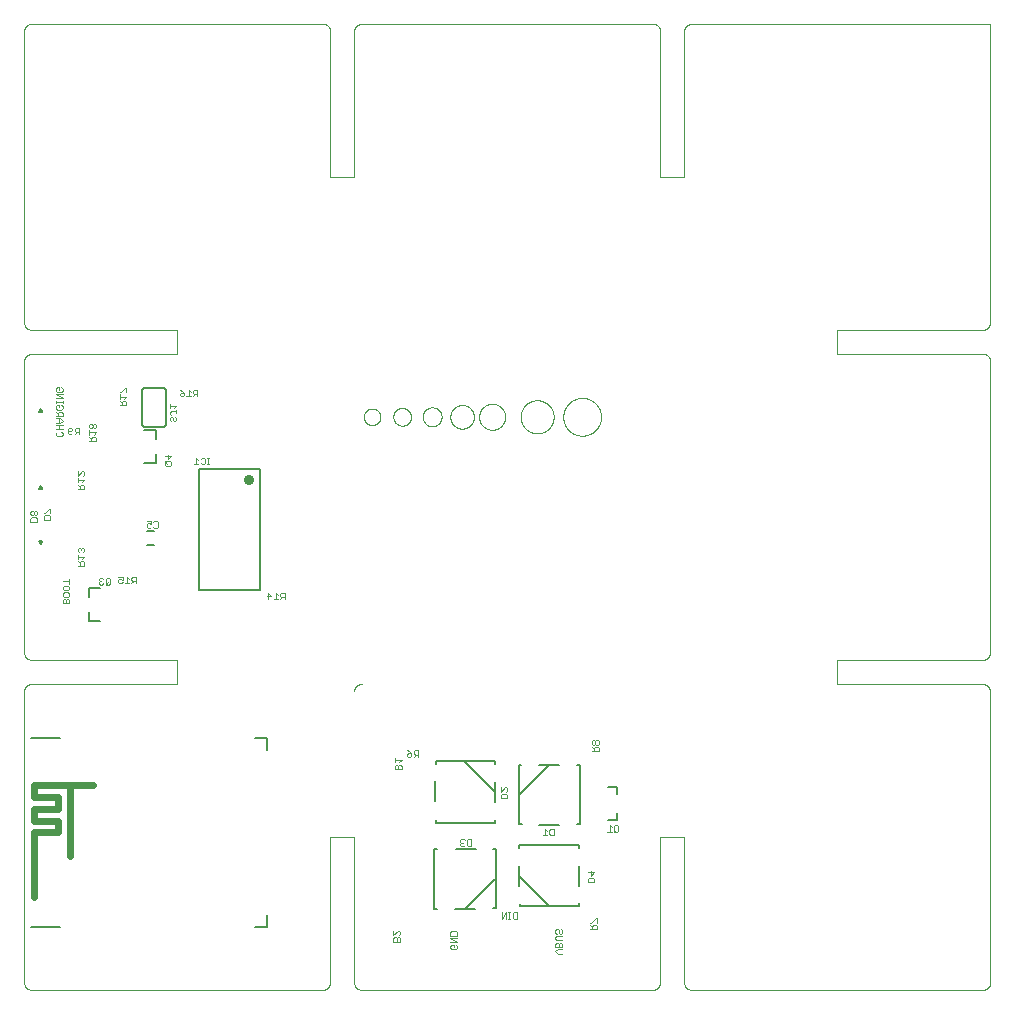
<source format=gbo>
G75*
%MOIN*%
%OFA0B0*%
%FSLAX25Y25*%
%IPPOS*%
%LPD*%
%AMOC8*
5,1,8,0,0,1.08239X$1,22.5*
%
%ADD10C,0.00000*%
%ADD11C,0.00200*%
%ADD12C,0.00100*%
%ADD13C,0.02400*%
%ADD14C,0.00500*%
%ADD15C,0.00800*%
%ADD16C,0.03482*%
%ADD17C,0.00600*%
D10*
X0006275Y0006500D02*
X0006275Y0103500D01*
X0006277Y0103598D01*
X0006283Y0103696D01*
X0006292Y0103794D01*
X0006306Y0103891D01*
X0006323Y0103988D01*
X0006344Y0104084D01*
X0006369Y0104179D01*
X0006397Y0104273D01*
X0006430Y0104365D01*
X0006465Y0104457D01*
X0006505Y0104547D01*
X0006547Y0104635D01*
X0006594Y0104722D01*
X0006643Y0104806D01*
X0006696Y0104889D01*
X0006752Y0104969D01*
X0006812Y0105048D01*
X0006874Y0105124D01*
X0006939Y0105197D01*
X0007007Y0105268D01*
X0007078Y0105336D01*
X0007151Y0105401D01*
X0007227Y0105463D01*
X0007306Y0105523D01*
X0007386Y0105579D01*
X0007469Y0105632D01*
X0007553Y0105681D01*
X0007640Y0105728D01*
X0007728Y0105770D01*
X0007818Y0105810D01*
X0007910Y0105845D01*
X0008002Y0105878D01*
X0008096Y0105906D01*
X0008191Y0105931D01*
X0008287Y0105952D01*
X0008384Y0105969D01*
X0008481Y0105983D01*
X0008579Y0105992D01*
X0008677Y0105998D01*
X0008775Y0106000D01*
X0057275Y0106000D01*
X0057275Y0114000D01*
X0008775Y0114000D01*
X0008677Y0114002D01*
X0008579Y0114008D01*
X0008481Y0114017D01*
X0008384Y0114031D01*
X0008287Y0114048D01*
X0008191Y0114069D01*
X0008096Y0114094D01*
X0008002Y0114122D01*
X0007910Y0114155D01*
X0007818Y0114190D01*
X0007728Y0114230D01*
X0007640Y0114272D01*
X0007553Y0114319D01*
X0007469Y0114368D01*
X0007386Y0114421D01*
X0007306Y0114477D01*
X0007227Y0114537D01*
X0007151Y0114599D01*
X0007078Y0114664D01*
X0007007Y0114732D01*
X0006939Y0114803D01*
X0006874Y0114876D01*
X0006812Y0114952D01*
X0006752Y0115031D01*
X0006696Y0115111D01*
X0006643Y0115194D01*
X0006594Y0115278D01*
X0006547Y0115365D01*
X0006505Y0115453D01*
X0006465Y0115543D01*
X0006430Y0115635D01*
X0006397Y0115727D01*
X0006369Y0115821D01*
X0006344Y0115916D01*
X0006323Y0116012D01*
X0006306Y0116109D01*
X0006292Y0116206D01*
X0006283Y0116304D01*
X0006277Y0116402D01*
X0006275Y0116500D01*
X0006275Y0213500D01*
X0006277Y0213598D01*
X0006283Y0213696D01*
X0006292Y0213794D01*
X0006306Y0213891D01*
X0006323Y0213988D01*
X0006344Y0214084D01*
X0006369Y0214179D01*
X0006397Y0214273D01*
X0006430Y0214365D01*
X0006465Y0214457D01*
X0006505Y0214547D01*
X0006547Y0214635D01*
X0006594Y0214722D01*
X0006643Y0214806D01*
X0006696Y0214889D01*
X0006752Y0214969D01*
X0006812Y0215048D01*
X0006874Y0215124D01*
X0006939Y0215197D01*
X0007007Y0215268D01*
X0007078Y0215336D01*
X0007151Y0215401D01*
X0007227Y0215463D01*
X0007306Y0215523D01*
X0007386Y0215579D01*
X0007469Y0215632D01*
X0007553Y0215681D01*
X0007640Y0215728D01*
X0007728Y0215770D01*
X0007818Y0215810D01*
X0007910Y0215845D01*
X0008002Y0215878D01*
X0008096Y0215906D01*
X0008191Y0215931D01*
X0008287Y0215952D01*
X0008384Y0215969D01*
X0008481Y0215983D01*
X0008579Y0215992D01*
X0008677Y0215998D01*
X0008775Y0216000D01*
X0057275Y0216000D01*
X0057275Y0224000D01*
X0008775Y0224000D01*
X0008677Y0224002D01*
X0008579Y0224008D01*
X0008481Y0224017D01*
X0008384Y0224031D01*
X0008287Y0224048D01*
X0008191Y0224069D01*
X0008096Y0224094D01*
X0008002Y0224122D01*
X0007910Y0224155D01*
X0007818Y0224190D01*
X0007728Y0224230D01*
X0007640Y0224272D01*
X0007553Y0224319D01*
X0007469Y0224368D01*
X0007386Y0224421D01*
X0007306Y0224477D01*
X0007227Y0224537D01*
X0007151Y0224599D01*
X0007078Y0224664D01*
X0007007Y0224732D01*
X0006939Y0224803D01*
X0006874Y0224876D01*
X0006812Y0224952D01*
X0006752Y0225031D01*
X0006696Y0225111D01*
X0006643Y0225194D01*
X0006594Y0225278D01*
X0006547Y0225365D01*
X0006505Y0225453D01*
X0006465Y0225543D01*
X0006430Y0225635D01*
X0006397Y0225727D01*
X0006369Y0225821D01*
X0006344Y0225916D01*
X0006323Y0226012D01*
X0006306Y0226109D01*
X0006292Y0226206D01*
X0006283Y0226304D01*
X0006277Y0226402D01*
X0006275Y0226500D01*
X0006275Y0323511D01*
X0006277Y0323609D01*
X0006283Y0323707D01*
X0006292Y0323805D01*
X0006306Y0323902D01*
X0006323Y0323999D01*
X0006344Y0324095D01*
X0006369Y0324190D01*
X0006397Y0324284D01*
X0006430Y0324376D01*
X0006465Y0324468D01*
X0006505Y0324558D01*
X0006547Y0324646D01*
X0006594Y0324733D01*
X0006643Y0324817D01*
X0006696Y0324900D01*
X0006752Y0324980D01*
X0006812Y0325059D01*
X0006874Y0325135D01*
X0006939Y0325208D01*
X0007007Y0325279D01*
X0007078Y0325347D01*
X0007151Y0325412D01*
X0007227Y0325474D01*
X0007306Y0325534D01*
X0007386Y0325590D01*
X0007469Y0325643D01*
X0007553Y0325692D01*
X0007640Y0325739D01*
X0007728Y0325781D01*
X0007818Y0325821D01*
X0007910Y0325856D01*
X0008002Y0325889D01*
X0008096Y0325917D01*
X0008191Y0325942D01*
X0008287Y0325963D01*
X0008384Y0325980D01*
X0008481Y0325994D01*
X0008579Y0326003D01*
X0008677Y0326009D01*
X0008775Y0326011D01*
X0105775Y0326011D01*
X0105873Y0326009D01*
X0105971Y0326003D01*
X0106069Y0325994D01*
X0106166Y0325980D01*
X0106263Y0325963D01*
X0106359Y0325942D01*
X0106454Y0325917D01*
X0106548Y0325889D01*
X0106640Y0325856D01*
X0106732Y0325821D01*
X0106822Y0325781D01*
X0106910Y0325739D01*
X0106997Y0325692D01*
X0107081Y0325643D01*
X0107164Y0325590D01*
X0107244Y0325534D01*
X0107323Y0325474D01*
X0107399Y0325412D01*
X0107472Y0325347D01*
X0107543Y0325279D01*
X0107611Y0325208D01*
X0107676Y0325135D01*
X0107738Y0325059D01*
X0107798Y0324980D01*
X0107854Y0324900D01*
X0107907Y0324817D01*
X0107956Y0324733D01*
X0108003Y0324646D01*
X0108045Y0324558D01*
X0108085Y0324468D01*
X0108120Y0324376D01*
X0108153Y0324284D01*
X0108181Y0324190D01*
X0108206Y0324095D01*
X0108227Y0323999D01*
X0108244Y0323902D01*
X0108258Y0323805D01*
X0108267Y0323707D01*
X0108273Y0323609D01*
X0108275Y0323511D01*
X0108275Y0275000D01*
X0116275Y0275000D01*
X0116275Y0323500D01*
X0116277Y0323598D01*
X0116283Y0323696D01*
X0116292Y0323794D01*
X0116306Y0323891D01*
X0116323Y0323988D01*
X0116344Y0324084D01*
X0116369Y0324179D01*
X0116397Y0324273D01*
X0116430Y0324365D01*
X0116465Y0324457D01*
X0116505Y0324547D01*
X0116547Y0324635D01*
X0116594Y0324722D01*
X0116643Y0324806D01*
X0116696Y0324889D01*
X0116752Y0324969D01*
X0116812Y0325048D01*
X0116874Y0325124D01*
X0116939Y0325197D01*
X0117007Y0325268D01*
X0117078Y0325336D01*
X0117151Y0325401D01*
X0117227Y0325463D01*
X0117306Y0325523D01*
X0117386Y0325579D01*
X0117469Y0325632D01*
X0117553Y0325681D01*
X0117640Y0325728D01*
X0117728Y0325770D01*
X0117818Y0325810D01*
X0117910Y0325845D01*
X0118002Y0325878D01*
X0118096Y0325906D01*
X0118191Y0325931D01*
X0118287Y0325952D01*
X0118384Y0325969D01*
X0118481Y0325983D01*
X0118579Y0325992D01*
X0118677Y0325998D01*
X0118775Y0326000D01*
X0215775Y0326000D01*
X0215873Y0325998D01*
X0215971Y0325992D01*
X0216069Y0325983D01*
X0216166Y0325969D01*
X0216263Y0325952D01*
X0216359Y0325931D01*
X0216454Y0325906D01*
X0216548Y0325878D01*
X0216640Y0325845D01*
X0216732Y0325810D01*
X0216822Y0325770D01*
X0216910Y0325728D01*
X0216997Y0325681D01*
X0217081Y0325632D01*
X0217164Y0325579D01*
X0217244Y0325523D01*
X0217323Y0325463D01*
X0217399Y0325401D01*
X0217472Y0325336D01*
X0217543Y0325268D01*
X0217611Y0325197D01*
X0217676Y0325124D01*
X0217738Y0325048D01*
X0217798Y0324969D01*
X0217854Y0324889D01*
X0217907Y0324806D01*
X0217956Y0324722D01*
X0218003Y0324635D01*
X0218045Y0324547D01*
X0218085Y0324457D01*
X0218120Y0324365D01*
X0218153Y0324273D01*
X0218181Y0324179D01*
X0218206Y0324084D01*
X0218227Y0323988D01*
X0218244Y0323891D01*
X0218258Y0323794D01*
X0218267Y0323696D01*
X0218273Y0323598D01*
X0218275Y0323500D01*
X0218275Y0275000D01*
X0226275Y0275000D01*
X0226275Y0323500D01*
X0226275Y0323501D02*
X0226277Y0323599D01*
X0226282Y0323697D01*
X0226291Y0323795D01*
X0226304Y0323892D01*
X0226321Y0323989D01*
X0226342Y0324085D01*
X0226367Y0324180D01*
X0226395Y0324274D01*
X0226427Y0324367D01*
X0226463Y0324459D01*
X0226502Y0324549D01*
X0226544Y0324638D01*
X0226591Y0324724D01*
X0226640Y0324809D01*
X0226693Y0324892D01*
X0226749Y0324973D01*
X0226809Y0325051D01*
X0226871Y0325127D01*
X0226936Y0325201D01*
X0227004Y0325272D01*
X0227075Y0325340D01*
X0227149Y0325405D01*
X0227225Y0325467D01*
X0227303Y0325527D01*
X0227384Y0325583D01*
X0227466Y0325636D01*
X0227551Y0325685D01*
X0227638Y0325731D01*
X0227727Y0325774D01*
X0227817Y0325813D01*
X0227908Y0325849D01*
X0228001Y0325881D01*
X0228095Y0325909D01*
X0228191Y0325934D01*
X0228287Y0325955D01*
X0228383Y0325972D01*
X0228481Y0325985D01*
X0228579Y0325994D01*
X0228677Y0325999D01*
X0228775Y0326001D01*
X0228775Y0326000D02*
X0328275Y0326011D01*
X0328276Y0326011D01*
X0328275Y0326011D02*
X0328275Y0226500D01*
X0328273Y0226402D01*
X0328267Y0226304D01*
X0328258Y0226206D01*
X0328244Y0226109D01*
X0328227Y0226012D01*
X0328206Y0225916D01*
X0328181Y0225821D01*
X0328153Y0225727D01*
X0328120Y0225635D01*
X0328085Y0225543D01*
X0328045Y0225453D01*
X0328003Y0225365D01*
X0327956Y0225278D01*
X0327907Y0225194D01*
X0327854Y0225111D01*
X0327798Y0225031D01*
X0327738Y0224952D01*
X0327676Y0224876D01*
X0327611Y0224803D01*
X0327543Y0224732D01*
X0327472Y0224664D01*
X0327399Y0224599D01*
X0327323Y0224537D01*
X0327244Y0224477D01*
X0327164Y0224421D01*
X0327081Y0224368D01*
X0326997Y0224319D01*
X0326910Y0224272D01*
X0326822Y0224230D01*
X0326732Y0224190D01*
X0326640Y0224155D01*
X0326548Y0224122D01*
X0326454Y0224094D01*
X0326359Y0224069D01*
X0326263Y0224048D01*
X0326166Y0224031D01*
X0326069Y0224017D01*
X0325971Y0224008D01*
X0325873Y0224002D01*
X0325775Y0224000D01*
X0277275Y0224000D01*
X0277275Y0216000D01*
X0325775Y0216000D01*
X0325873Y0215998D01*
X0325971Y0215992D01*
X0326069Y0215983D01*
X0326166Y0215969D01*
X0326263Y0215952D01*
X0326359Y0215931D01*
X0326454Y0215906D01*
X0326548Y0215878D01*
X0326640Y0215845D01*
X0326732Y0215810D01*
X0326822Y0215770D01*
X0326910Y0215728D01*
X0326997Y0215681D01*
X0327081Y0215632D01*
X0327164Y0215579D01*
X0327244Y0215523D01*
X0327323Y0215463D01*
X0327399Y0215401D01*
X0327472Y0215336D01*
X0327543Y0215268D01*
X0327611Y0215197D01*
X0327676Y0215124D01*
X0327738Y0215048D01*
X0327798Y0214969D01*
X0327854Y0214889D01*
X0327907Y0214806D01*
X0327956Y0214722D01*
X0328003Y0214635D01*
X0328045Y0214547D01*
X0328085Y0214457D01*
X0328120Y0214365D01*
X0328153Y0214273D01*
X0328181Y0214179D01*
X0328206Y0214084D01*
X0328227Y0213988D01*
X0328244Y0213891D01*
X0328258Y0213794D01*
X0328267Y0213696D01*
X0328273Y0213598D01*
X0328275Y0213500D01*
X0328275Y0116500D01*
X0328273Y0116402D01*
X0328267Y0116304D01*
X0328258Y0116206D01*
X0328244Y0116109D01*
X0328227Y0116012D01*
X0328206Y0115916D01*
X0328181Y0115821D01*
X0328153Y0115727D01*
X0328120Y0115635D01*
X0328085Y0115543D01*
X0328045Y0115453D01*
X0328003Y0115365D01*
X0327956Y0115278D01*
X0327907Y0115194D01*
X0327854Y0115111D01*
X0327798Y0115031D01*
X0327738Y0114952D01*
X0327676Y0114876D01*
X0327611Y0114803D01*
X0327543Y0114732D01*
X0327472Y0114664D01*
X0327399Y0114599D01*
X0327323Y0114537D01*
X0327244Y0114477D01*
X0327164Y0114421D01*
X0327081Y0114368D01*
X0326997Y0114319D01*
X0326910Y0114272D01*
X0326822Y0114230D01*
X0326732Y0114190D01*
X0326640Y0114155D01*
X0326548Y0114122D01*
X0326454Y0114094D01*
X0326359Y0114069D01*
X0326263Y0114048D01*
X0326166Y0114031D01*
X0326069Y0114017D01*
X0325971Y0114008D01*
X0325873Y0114002D01*
X0325775Y0114000D01*
X0277275Y0114000D01*
X0277275Y0106000D01*
X0325776Y0106000D01*
X0325776Y0105999D02*
X0325879Y0105985D01*
X0325982Y0105967D01*
X0326085Y0105945D01*
X0326186Y0105919D01*
X0326286Y0105890D01*
X0326386Y0105857D01*
X0326484Y0105820D01*
X0326580Y0105780D01*
X0326675Y0105736D01*
X0326769Y0105689D01*
X0326860Y0105638D01*
X0326950Y0105585D01*
X0327038Y0105528D01*
X0327123Y0105467D01*
X0327207Y0105404D01*
X0327287Y0105338D01*
X0327366Y0105268D01*
X0327442Y0105196D01*
X0327515Y0105122D01*
X0327585Y0105044D01*
X0327653Y0104964D01*
X0327717Y0104882D01*
X0327779Y0104797D01*
X0327837Y0104711D01*
X0327893Y0104622D01*
X0327944Y0104531D01*
X0327993Y0104438D01*
X0328038Y0104344D01*
X0328080Y0104248D01*
X0328118Y0104150D01*
X0328152Y0104052D01*
X0328183Y0103952D01*
X0328210Y0103851D01*
X0328234Y0103749D01*
X0328254Y0103646D01*
X0328270Y0103543D01*
X0328282Y0103439D01*
X0328290Y0103334D01*
X0328295Y0103230D01*
X0328296Y0103125D01*
X0328293Y0103021D01*
X0328286Y0102916D01*
X0328275Y0102812D01*
X0328276Y0102812D02*
X0328276Y0007187D01*
X0328277Y0007187D02*
X0328300Y0007090D01*
X0328320Y0006993D01*
X0328335Y0006894D01*
X0328347Y0006795D01*
X0328355Y0006696D01*
X0328359Y0006596D01*
X0328359Y0006496D01*
X0328355Y0006397D01*
X0328347Y0006298D01*
X0328335Y0006199D01*
X0328320Y0006100D01*
X0328300Y0006002D01*
X0328277Y0005905D01*
X0328250Y0005809D01*
X0328220Y0005715D01*
X0328185Y0005621D01*
X0328147Y0005529D01*
X0328106Y0005438D01*
X0328060Y0005350D01*
X0328012Y0005262D01*
X0327960Y0005177D01*
X0327905Y0005094D01*
X0327846Y0005014D01*
X0327785Y0004935D01*
X0327720Y0004859D01*
X0327653Y0004786D01*
X0327583Y0004715D01*
X0327510Y0004647D01*
X0327434Y0004582D01*
X0327356Y0004520D01*
X0327276Y0004462D01*
X0327193Y0004406D01*
X0327108Y0004354D01*
X0327021Y0004304D01*
X0326933Y0004259D01*
X0326843Y0004217D01*
X0326751Y0004178D01*
X0326657Y0004143D01*
X0326563Y0004112D01*
X0326467Y0004085D01*
X0326370Y0004061D01*
X0326272Y0004041D01*
X0326174Y0004025D01*
X0326075Y0004013D01*
X0325976Y0004004D01*
X0325876Y0004000D01*
X0325777Y0003999D01*
X0325776Y0004000D02*
X0228775Y0004000D01*
X0228677Y0004002D01*
X0228579Y0004008D01*
X0228481Y0004017D01*
X0228384Y0004031D01*
X0228287Y0004048D01*
X0228191Y0004069D01*
X0228096Y0004094D01*
X0228002Y0004122D01*
X0227910Y0004155D01*
X0227818Y0004190D01*
X0227728Y0004230D01*
X0227640Y0004272D01*
X0227553Y0004319D01*
X0227469Y0004368D01*
X0227386Y0004421D01*
X0227306Y0004477D01*
X0227227Y0004537D01*
X0227151Y0004599D01*
X0227078Y0004664D01*
X0227007Y0004732D01*
X0226939Y0004803D01*
X0226874Y0004876D01*
X0226812Y0004952D01*
X0226752Y0005031D01*
X0226696Y0005111D01*
X0226643Y0005194D01*
X0226594Y0005278D01*
X0226547Y0005365D01*
X0226505Y0005453D01*
X0226465Y0005543D01*
X0226430Y0005635D01*
X0226397Y0005727D01*
X0226369Y0005821D01*
X0226344Y0005916D01*
X0226323Y0006012D01*
X0226306Y0006109D01*
X0226292Y0006206D01*
X0226283Y0006304D01*
X0226277Y0006402D01*
X0226275Y0006500D01*
X0226275Y0055000D01*
X0218275Y0055000D01*
X0218275Y0006500D01*
X0218273Y0006402D01*
X0218267Y0006304D01*
X0218258Y0006206D01*
X0218244Y0006109D01*
X0218227Y0006012D01*
X0218206Y0005916D01*
X0218181Y0005821D01*
X0218153Y0005727D01*
X0218120Y0005635D01*
X0218085Y0005543D01*
X0218045Y0005453D01*
X0218003Y0005365D01*
X0217956Y0005278D01*
X0217907Y0005194D01*
X0217854Y0005111D01*
X0217798Y0005031D01*
X0217738Y0004952D01*
X0217676Y0004876D01*
X0217611Y0004803D01*
X0217543Y0004732D01*
X0217472Y0004664D01*
X0217399Y0004599D01*
X0217323Y0004537D01*
X0217244Y0004477D01*
X0217164Y0004421D01*
X0217081Y0004368D01*
X0216997Y0004319D01*
X0216910Y0004272D01*
X0216822Y0004230D01*
X0216732Y0004190D01*
X0216640Y0004155D01*
X0216548Y0004122D01*
X0216454Y0004094D01*
X0216359Y0004069D01*
X0216263Y0004048D01*
X0216166Y0004031D01*
X0216069Y0004017D01*
X0215971Y0004008D01*
X0215873Y0004002D01*
X0215775Y0004000D01*
X0118775Y0004000D01*
X0118677Y0004002D01*
X0118579Y0004008D01*
X0118481Y0004017D01*
X0118384Y0004031D01*
X0118287Y0004048D01*
X0118191Y0004069D01*
X0118096Y0004094D01*
X0118002Y0004122D01*
X0117910Y0004155D01*
X0117818Y0004190D01*
X0117728Y0004230D01*
X0117640Y0004272D01*
X0117553Y0004319D01*
X0117469Y0004368D01*
X0117386Y0004421D01*
X0117306Y0004477D01*
X0117227Y0004537D01*
X0117151Y0004599D01*
X0117078Y0004664D01*
X0117007Y0004732D01*
X0116939Y0004803D01*
X0116874Y0004876D01*
X0116812Y0004952D01*
X0116752Y0005031D01*
X0116696Y0005111D01*
X0116643Y0005194D01*
X0116594Y0005278D01*
X0116547Y0005365D01*
X0116505Y0005453D01*
X0116465Y0005543D01*
X0116430Y0005635D01*
X0116397Y0005727D01*
X0116369Y0005821D01*
X0116344Y0005916D01*
X0116323Y0006012D01*
X0116306Y0006109D01*
X0116292Y0006206D01*
X0116283Y0006304D01*
X0116277Y0006402D01*
X0116275Y0006500D01*
X0116275Y0055000D01*
X0108275Y0055000D01*
X0108275Y0006500D01*
X0108273Y0006402D01*
X0108267Y0006304D01*
X0108258Y0006206D01*
X0108244Y0006109D01*
X0108227Y0006012D01*
X0108206Y0005916D01*
X0108181Y0005821D01*
X0108153Y0005727D01*
X0108120Y0005635D01*
X0108085Y0005543D01*
X0108045Y0005453D01*
X0108003Y0005365D01*
X0107956Y0005278D01*
X0107907Y0005194D01*
X0107854Y0005111D01*
X0107798Y0005031D01*
X0107738Y0004952D01*
X0107676Y0004876D01*
X0107611Y0004803D01*
X0107543Y0004732D01*
X0107472Y0004664D01*
X0107399Y0004599D01*
X0107323Y0004537D01*
X0107244Y0004477D01*
X0107164Y0004421D01*
X0107081Y0004368D01*
X0106997Y0004319D01*
X0106910Y0004272D01*
X0106822Y0004230D01*
X0106732Y0004190D01*
X0106640Y0004155D01*
X0106548Y0004122D01*
X0106454Y0004094D01*
X0106359Y0004069D01*
X0106263Y0004048D01*
X0106166Y0004031D01*
X0106069Y0004017D01*
X0105971Y0004008D01*
X0105873Y0004002D01*
X0105775Y0004000D01*
X0008775Y0004000D01*
X0008677Y0004002D01*
X0008579Y0004008D01*
X0008481Y0004017D01*
X0008384Y0004031D01*
X0008287Y0004048D01*
X0008191Y0004069D01*
X0008096Y0004094D01*
X0008002Y0004122D01*
X0007910Y0004155D01*
X0007818Y0004190D01*
X0007728Y0004230D01*
X0007640Y0004272D01*
X0007553Y0004319D01*
X0007469Y0004368D01*
X0007386Y0004421D01*
X0007306Y0004477D01*
X0007227Y0004537D01*
X0007151Y0004599D01*
X0007078Y0004664D01*
X0007007Y0004732D01*
X0006939Y0004803D01*
X0006874Y0004876D01*
X0006812Y0004952D01*
X0006752Y0005031D01*
X0006696Y0005111D01*
X0006643Y0005194D01*
X0006594Y0005278D01*
X0006547Y0005365D01*
X0006505Y0005453D01*
X0006465Y0005543D01*
X0006430Y0005635D01*
X0006397Y0005727D01*
X0006369Y0005821D01*
X0006344Y0005916D01*
X0006323Y0006012D01*
X0006306Y0006109D01*
X0006292Y0006206D01*
X0006283Y0006304D01*
X0006277Y0006402D01*
X0006275Y0006500D01*
X0119519Y0195000D02*
X0119521Y0195105D01*
X0119527Y0195210D01*
X0119537Y0195314D01*
X0119551Y0195418D01*
X0119569Y0195522D01*
X0119591Y0195624D01*
X0119616Y0195726D01*
X0119646Y0195827D01*
X0119679Y0195926D01*
X0119716Y0196024D01*
X0119757Y0196121D01*
X0119802Y0196216D01*
X0119850Y0196309D01*
X0119901Y0196401D01*
X0119957Y0196490D01*
X0120015Y0196577D01*
X0120077Y0196662D01*
X0120141Y0196745D01*
X0120209Y0196825D01*
X0120280Y0196902D01*
X0120354Y0196976D01*
X0120431Y0197048D01*
X0120510Y0197117D01*
X0120592Y0197182D01*
X0120676Y0197245D01*
X0120763Y0197304D01*
X0120852Y0197360D01*
X0120943Y0197413D01*
X0121036Y0197462D01*
X0121130Y0197507D01*
X0121226Y0197549D01*
X0121324Y0197587D01*
X0121423Y0197621D01*
X0121524Y0197652D01*
X0121625Y0197678D01*
X0121728Y0197701D01*
X0121831Y0197720D01*
X0121935Y0197735D01*
X0122039Y0197746D01*
X0122144Y0197753D01*
X0122249Y0197756D01*
X0122354Y0197755D01*
X0122459Y0197750D01*
X0122563Y0197741D01*
X0122667Y0197728D01*
X0122771Y0197711D01*
X0122874Y0197690D01*
X0122976Y0197665D01*
X0123077Y0197637D01*
X0123176Y0197604D01*
X0123275Y0197568D01*
X0123372Y0197528D01*
X0123467Y0197485D01*
X0123561Y0197437D01*
X0123653Y0197387D01*
X0123743Y0197333D01*
X0123831Y0197275D01*
X0123916Y0197214D01*
X0123999Y0197150D01*
X0124080Y0197083D01*
X0124158Y0197013D01*
X0124233Y0196939D01*
X0124305Y0196864D01*
X0124375Y0196785D01*
X0124441Y0196704D01*
X0124505Y0196620D01*
X0124565Y0196534D01*
X0124621Y0196446D01*
X0124675Y0196355D01*
X0124725Y0196263D01*
X0124771Y0196169D01*
X0124814Y0196073D01*
X0124853Y0195975D01*
X0124888Y0195877D01*
X0124919Y0195776D01*
X0124947Y0195675D01*
X0124971Y0195573D01*
X0124991Y0195470D01*
X0125007Y0195366D01*
X0125019Y0195262D01*
X0125027Y0195157D01*
X0125031Y0195052D01*
X0125031Y0194948D01*
X0125027Y0194843D01*
X0125019Y0194738D01*
X0125007Y0194634D01*
X0124991Y0194530D01*
X0124971Y0194427D01*
X0124947Y0194325D01*
X0124919Y0194224D01*
X0124888Y0194123D01*
X0124853Y0194025D01*
X0124814Y0193927D01*
X0124771Y0193831D01*
X0124725Y0193737D01*
X0124675Y0193645D01*
X0124621Y0193554D01*
X0124565Y0193466D01*
X0124505Y0193380D01*
X0124441Y0193296D01*
X0124375Y0193215D01*
X0124305Y0193136D01*
X0124233Y0193061D01*
X0124158Y0192987D01*
X0124080Y0192917D01*
X0123999Y0192850D01*
X0123916Y0192786D01*
X0123831Y0192725D01*
X0123743Y0192667D01*
X0123653Y0192613D01*
X0123561Y0192563D01*
X0123467Y0192515D01*
X0123372Y0192472D01*
X0123275Y0192432D01*
X0123176Y0192396D01*
X0123077Y0192363D01*
X0122976Y0192335D01*
X0122874Y0192310D01*
X0122771Y0192289D01*
X0122667Y0192272D01*
X0122563Y0192259D01*
X0122459Y0192250D01*
X0122354Y0192245D01*
X0122249Y0192244D01*
X0122144Y0192247D01*
X0122039Y0192254D01*
X0121935Y0192265D01*
X0121831Y0192280D01*
X0121728Y0192299D01*
X0121625Y0192322D01*
X0121524Y0192348D01*
X0121423Y0192379D01*
X0121324Y0192413D01*
X0121226Y0192451D01*
X0121130Y0192493D01*
X0121036Y0192538D01*
X0120943Y0192587D01*
X0120852Y0192640D01*
X0120763Y0192696D01*
X0120676Y0192755D01*
X0120592Y0192818D01*
X0120510Y0192883D01*
X0120431Y0192952D01*
X0120354Y0193024D01*
X0120280Y0193098D01*
X0120209Y0193175D01*
X0120141Y0193255D01*
X0120077Y0193338D01*
X0120015Y0193423D01*
X0119957Y0193510D01*
X0119901Y0193599D01*
X0119850Y0193691D01*
X0119802Y0193784D01*
X0119757Y0193879D01*
X0119716Y0193976D01*
X0119679Y0194074D01*
X0119646Y0194173D01*
X0119616Y0194274D01*
X0119591Y0194376D01*
X0119569Y0194478D01*
X0119551Y0194582D01*
X0119537Y0194686D01*
X0119527Y0194790D01*
X0119521Y0194895D01*
X0119519Y0195000D01*
X0129322Y0195000D02*
X0129324Y0195108D01*
X0129330Y0195217D01*
X0129340Y0195325D01*
X0129354Y0195432D01*
X0129372Y0195539D01*
X0129393Y0195646D01*
X0129419Y0195751D01*
X0129449Y0195856D01*
X0129482Y0195959D01*
X0129519Y0196061D01*
X0129560Y0196161D01*
X0129604Y0196260D01*
X0129653Y0196358D01*
X0129704Y0196453D01*
X0129759Y0196546D01*
X0129818Y0196638D01*
X0129880Y0196727D01*
X0129945Y0196814D01*
X0130013Y0196898D01*
X0130084Y0196980D01*
X0130158Y0197059D01*
X0130235Y0197135D01*
X0130315Y0197209D01*
X0130398Y0197279D01*
X0130483Y0197347D01*
X0130570Y0197411D01*
X0130660Y0197472D01*
X0130752Y0197530D01*
X0130846Y0197584D01*
X0130942Y0197635D01*
X0131039Y0197682D01*
X0131139Y0197726D01*
X0131240Y0197766D01*
X0131342Y0197802D01*
X0131445Y0197834D01*
X0131550Y0197863D01*
X0131656Y0197887D01*
X0131762Y0197908D01*
X0131869Y0197925D01*
X0131977Y0197938D01*
X0132085Y0197947D01*
X0132194Y0197952D01*
X0132302Y0197953D01*
X0132411Y0197950D01*
X0132519Y0197943D01*
X0132627Y0197932D01*
X0132734Y0197917D01*
X0132841Y0197898D01*
X0132947Y0197875D01*
X0133052Y0197849D01*
X0133157Y0197818D01*
X0133259Y0197784D01*
X0133361Y0197746D01*
X0133461Y0197704D01*
X0133560Y0197659D01*
X0133657Y0197610D01*
X0133751Y0197557D01*
X0133844Y0197501D01*
X0133935Y0197442D01*
X0134024Y0197379D01*
X0134110Y0197314D01*
X0134194Y0197245D01*
X0134275Y0197173D01*
X0134353Y0197098D01*
X0134429Y0197020D01*
X0134502Y0196939D01*
X0134572Y0196856D01*
X0134638Y0196771D01*
X0134702Y0196683D01*
X0134762Y0196592D01*
X0134819Y0196500D01*
X0134872Y0196405D01*
X0134922Y0196309D01*
X0134968Y0196211D01*
X0135011Y0196111D01*
X0135050Y0196010D01*
X0135085Y0195907D01*
X0135117Y0195804D01*
X0135144Y0195699D01*
X0135168Y0195593D01*
X0135188Y0195486D01*
X0135204Y0195379D01*
X0135216Y0195271D01*
X0135224Y0195163D01*
X0135228Y0195054D01*
X0135228Y0194946D01*
X0135224Y0194837D01*
X0135216Y0194729D01*
X0135204Y0194621D01*
X0135188Y0194514D01*
X0135168Y0194407D01*
X0135144Y0194301D01*
X0135117Y0194196D01*
X0135085Y0194093D01*
X0135050Y0193990D01*
X0135011Y0193889D01*
X0134968Y0193789D01*
X0134922Y0193691D01*
X0134872Y0193595D01*
X0134819Y0193500D01*
X0134762Y0193408D01*
X0134702Y0193317D01*
X0134638Y0193229D01*
X0134572Y0193144D01*
X0134502Y0193061D01*
X0134429Y0192980D01*
X0134353Y0192902D01*
X0134275Y0192827D01*
X0134194Y0192755D01*
X0134110Y0192686D01*
X0134024Y0192621D01*
X0133935Y0192558D01*
X0133844Y0192499D01*
X0133752Y0192443D01*
X0133657Y0192390D01*
X0133560Y0192341D01*
X0133461Y0192296D01*
X0133361Y0192254D01*
X0133259Y0192216D01*
X0133157Y0192182D01*
X0133052Y0192151D01*
X0132947Y0192125D01*
X0132841Y0192102D01*
X0132734Y0192083D01*
X0132627Y0192068D01*
X0132519Y0192057D01*
X0132411Y0192050D01*
X0132302Y0192047D01*
X0132194Y0192048D01*
X0132085Y0192053D01*
X0131977Y0192062D01*
X0131869Y0192075D01*
X0131762Y0192092D01*
X0131656Y0192113D01*
X0131550Y0192137D01*
X0131445Y0192166D01*
X0131342Y0192198D01*
X0131240Y0192234D01*
X0131139Y0192274D01*
X0131039Y0192318D01*
X0130942Y0192365D01*
X0130846Y0192416D01*
X0130752Y0192470D01*
X0130660Y0192528D01*
X0130570Y0192589D01*
X0130483Y0192653D01*
X0130398Y0192721D01*
X0130315Y0192791D01*
X0130235Y0192865D01*
X0130158Y0192941D01*
X0130084Y0193020D01*
X0130013Y0193102D01*
X0129945Y0193186D01*
X0129880Y0193273D01*
X0129818Y0193362D01*
X0129759Y0193454D01*
X0129704Y0193547D01*
X0129653Y0193642D01*
X0129604Y0193740D01*
X0129560Y0193839D01*
X0129519Y0193939D01*
X0129482Y0194041D01*
X0129449Y0194144D01*
X0129419Y0194249D01*
X0129393Y0194354D01*
X0129372Y0194461D01*
X0129354Y0194568D01*
X0129340Y0194675D01*
X0129330Y0194783D01*
X0129324Y0194892D01*
X0129322Y0195000D01*
X0139125Y0195000D02*
X0139127Y0195112D01*
X0139133Y0195223D01*
X0139143Y0195335D01*
X0139157Y0195446D01*
X0139174Y0195556D01*
X0139196Y0195666D01*
X0139222Y0195775D01*
X0139251Y0195883D01*
X0139284Y0195989D01*
X0139321Y0196095D01*
X0139362Y0196199D01*
X0139407Y0196302D01*
X0139455Y0196403D01*
X0139506Y0196502D01*
X0139561Y0196599D01*
X0139620Y0196694D01*
X0139681Y0196788D01*
X0139746Y0196879D01*
X0139815Y0196967D01*
X0139886Y0197053D01*
X0139960Y0197137D01*
X0140038Y0197217D01*
X0140118Y0197295D01*
X0140201Y0197371D01*
X0140286Y0197443D01*
X0140374Y0197512D01*
X0140464Y0197578D01*
X0140557Y0197640D01*
X0140652Y0197700D01*
X0140749Y0197756D01*
X0140847Y0197808D01*
X0140948Y0197857D01*
X0141050Y0197902D01*
X0141154Y0197944D01*
X0141259Y0197982D01*
X0141366Y0198016D01*
X0141473Y0198046D01*
X0141582Y0198073D01*
X0141691Y0198095D01*
X0141802Y0198114D01*
X0141912Y0198129D01*
X0142024Y0198140D01*
X0142135Y0198147D01*
X0142247Y0198150D01*
X0142359Y0198149D01*
X0142471Y0198144D01*
X0142582Y0198135D01*
X0142693Y0198122D01*
X0142804Y0198105D01*
X0142914Y0198085D01*
X0143023Y0198060D01*
X0143131Y0198032D01*
X0143238Y0197999D01*
X0143344Y0197963D01*
X0143448Y0197923D01*
X0143551Y0197880D01*
X0143653Y0197833D01*
X0143752Y0197782D01*
X0143850Y0197728D01*
X0143946Y0197670D01*
X0144040Y0197609D01*
X0144131Y0197545D01*
X0144220Y0197478D01*
X0144307Y0197407D01*
X0144391Y0197333D01*
X0144473Y0197257D01*
X0144551Y0197177D01*
X0144627Y0197095D01*
X0144700Y0197010D01*
X0144770Y0196923D01*
X0144836Y0196833D01*
X0144900Y0196741D01*
X0144960Y0196647D01*
X0145017Y0196551D01*
X0145070Y0196452D01*
X0145120Y0196352D01*
X0145166Y0196251D01*
X0145209Y0196147D01*
X0145248Y0196042D01*
X0145283Y0195936D01*
X0145314Y0195829D01*
X0145342Y0195720D01*
X0145365Y0195611D01*
X0145385Y0195501D01*
X0145401Y0195390D01*
X0145413Y0195279D01*
X0145421Y0195168D01*
X0145425Y0195056D01*
X0145425Y0194944D01*
X0145421Y0194832D01*
X0145413Y0194721D01*
X0145401Y0194610D01*
X0145385Y0194499D01*
X0145365Y0194389D01*
X0145342Y0194280D01*
X0145314Y0194171D01*
X0145283Y0194064D01*
X0145248Y0193958D01*
X0145209Y0193853D01*
X0145166Y0193749D01*
X0145120Y0193648D01*
X0145070Y0193548D01*
X0145017Y0193449D01*
X0144960Y0193353D01*
X0144900Y0193259D01*
X0144836Y0193167D01*
X0144770Y0193077D01*
X0144700Y0192990D01*
X0144627Y0192905D01*
X0144551Y0192823D01*
X0144473Y0192743D01*
X0144391Y0192667D01*
X0144307Y0192593D01*
X0144220Y0192522D01*
X0144131Y0192455D01*
X0144040Y0192391D01*
X0143946Y0192330D01*
X0143850Y0192272D01*
X0143752Y0192218D01*
X0143653Y0192167D01*
X0143551Y0192120D01*
X0143448Y0192077D01*
X0143344Y0192037D01*
X0143238Y0192001D01*
X0143131Y0191968D01*
X0143023Y0191940D01*
X0142914Y0191915D01*
X0142804Y0191895D01*
X0142693Y0191878D01*
X0142582Y0191865D01*
X0142471Y0191856D01*
X0142359Y0191851D01*
X0142247Y0191850D01*
X0142135Y0191853D01*
X0142024Y0191860D01*
X0141912Y0191871D01*
X0141802Y0191886D01*
X0141691Y0191905D01*
X0141582Y0191927D01*
X0141473Y0191954D01*
X0141366Y0191984D01*
X0141259Y0192018D01*
X0141154Y0192056D01*
X0141050Y0192098D01*
X0140948Y0192143D01*
X0140847Y0192192D01*
X0140749Y0192244D01*
X0140652Y0192300D01*
X0140557Y0192360D01*
X0140464Y0192422D01*
X0140374Y0192488D01*
X0140286Y0192557D01*
X0140201Y0192629D01*
X0140118Y0192705D01*
X0140038Y0192783D01*
X0139960Y0192863D01*
X0139886Y0192947D01*
X0139815Y0193033D01*
X0139746Y0193121D01*
X0139681Y0193212D01*
X0139620Y0193306D01*
X0139561Y0193401D01*
X0139506Y0193498D01*
X0139455Y0193597D01*
X0139407Y0193698D01*
X0139362Y0193801D01*
X0139321Y0193905D01*
X0139284Y0194011D01*
X0139251Y0194117D01*
X0139222Y0194225D01*
X0139196Y0194334D01*
X0139174Y0194444D01*
X0139157Y0194554D01*
X0139143Y0194665D01*
X0139133Y0194777D01*
X0139127Y0194888D01*
X0139125Y0195000D01*
X0148338Y0195000D02*
X0148340Y0195125D01*
X0148346Y0195250D01*
X0148356Y0195374D01*
X0148370Y0195498D01*
X0148387Y0195622D01*
X0148409Y0195745D01*
X0148435Y0195867D01*
X0148464Y0195989D01*
X0148497Y0196109D01*
X0148535Y0196228D01*
X0148575Y0196347D01*
X0148620Y0196463D01*
X0148668Y0196578D01*
X0148720Y0196692D01*
X0148776Y0196804D01*
X0148835Y0196914D01*
X0148897Y0197022D01*
X0148963Y0197129D01*
X0149032Y0197233D01*
X0149105Y0197334D01*
X0149180Y0197434D01*
X0149259Y0197531D01*
X0149341Y0197625D01*
X0149426Y0197717D01*
X0149513Y0197806D01*
X0149604Y0197892D01*
X0149697Y0197975D01*
X0149793Y0198056D01*
X0149891Y0198133D01*
X0149991Y0198207D01*
X0150094Y0198278D01*
X0150199Y0198345D01*
X0150307Y0198410D01*
X0150416Y0198470D01*
X0150527Y0198528D01*
X0150640Y0198581D01*
X0150754Y0198631D01*
X0150870Y0198678D01*
X0150987Y0198720D01*
X0151106Y0198759D01*
X0151226Y0198795D01*
X0151347Y0198826D01*
X0151469Y0198854D01*
X0151591Y0198877D01*
X0151715Y0198897D01*
X0151839Y0198913D01*
X0151963Y0198925D01*
X0152088Y0198933D01*
X0152213Y0198937D01*
X0152337Y0198937D01*
X0152462Y0198933D01*
X0152587Y0198925D01*
X0152711Y0198913D01*
X0152835Y0198897D01*
X0152959Y0198877D01*
X0153081Y0198854D01*
X0153203Y0198826D01*
X0153324Y0198795D01*
X0153444Y0198759D01*
X0153563Y0198720D01*
X0153680Y0198678D01*
X0153796Y0198631D01*
X0153910Y0198581D01*
X0154023Y0198528D01*
X0154134Y0198470D01*
X0154244Y0198410D01*
X0154351Y0198345D01*
X0154456Y0198278D01*
X0154559Y0198207D01*
X0154659Y0198133D01*
X0154757Y0198056D01*
X0154853Y0197975D01*
X0154946Y0197892D01*
X0155037Y0197806D01*
X0155124Y0197717D01*
X0155209Y0197625D01*
X0155291Y0197531D01*
X0155370Y0197434D01*
X0155445Y0197334D01*
X0155518Y0197233D01*
X0155587Y0197129D01*
X0155653Y0197022D01*
X0155715Y0196914D01*
X0155774Y0196804D01*
X0155830Y0196692D01*
X0155882Y0196578D01*
X0155930Y0196463D01*
X0155975Y0196347D01*
X0156015Y0196228D01*
X0156053Y0196109D01*
X0156086Y0195989D01*
X0156115Y0195867D01*
X0156141Y0195745D01*
X0156163Y0195622D01*
X0156180Y0195498D01*
X0156194Y0195374D01*
X0156204Y0195250D01*
X0156210Y0195125D01*
X0156212Y0195000D01*
X0156210Y0194875D01*
X0156204Y0194750D01*
X0156194Y0194626D01*
X0156180Y0194502D01*
X0156163Y0194378D01*
X0156141Y0194255D01*
X0156115Y0194133D01*
X0156086Y0194011D01*
X0156053Y0193891D01*
X0156015Y0193772D01*
X0155975Y0193653D01*
X0155930Y0193537D01*
X0155882Y0193422D01*
X0155830Y0193308D01*
X0155774Y0193196D01*
X0155715Y0193086D01*
X0155653Y0192978D01*
X0155587Y0192871D01*
X0155518Y0192767D01*
X0155445Y0192666D01*
X0155370Y0192566D01*
X0155291Y0192469D01*
X0155209Y0192375D01*
X0155124Y0192283D01*
X0155037Y0192194D01*
X0154946Y0192108D01*
X0154853Y0192025D01*
X0154757Y0191944D01*
X0154659Y0191867D01*
X0154559Y0191793D01*
X0154456Y0191722D01*
X0154351Y0191655D01*
X0154243Y0191590D01*
X0154134Y0191530D01*
X0154023Y0191472D01*
X0153910Y0191419D01*
X0153796Y0191369D01*
X0153680Y0191322D01*
X0153563Y0191280D01*
X0153444Y0191241D01*
X0153324Y0191205D01*
X0153203Y0191174D01*
X0153081Y0191146D01*
X0152959Y0191123D01*
X0152835Y0191103D01*
X0152711Y0191087D01*
X0152587Y0191075D01*
X0152462Y0191067D01*
X0152337Y0191063D01*
X0152213Y0191063D01*
X0152088Y0191067D01*
X0151963Y0191075D01*
X0151839Y0191087D01*
X0151715Y0191103D01*
X0151591Y0191123D01*
X0151469Y0191146D01*
X0151347Y0191174D01*
X0151226Y0191205D01*
X0151106Y0191241D01*
X0150987Y0191280D01*
X0150870Y0191322D01*
X0150754Y0191369D01*
X0150640Y0191419D01*
X0150527Y0191472D01*
X0150416Y0191530D01*
X0150306Y0191590D01*
X0150199Y0191655D01*
X0150094Y0191722D01*
X0149991Y0191793D01*
X0149891Y0191867D01*
X0149793Y0191944D01*
X0149697Y0192025D01*
X0149604Y0192108D01*
X0149513Y0192194D01*
X0149426Y0192283D01*
X0149341Y0192375D01*
X0149259Y0192469D01*
X0149180Y0192566D01*
X0149105Y0192666D01*
X0149032Y0192767D01*
X0148963Y0192871D01*
X0148897Y0192978D01*
X0148835Y0193086D01*
X0148776Y0193196D01*
X0148720Y0193308D01*
X0148668Y0193422D01*
X0148620Y0193537D01*
X0148575Y0193653D01*
X0148535Y0193772D01*
X0148497Y0193891D01*
X0148464Y0194011D01*
X0148435Y0194133D01*
X0148409Y0194255D01*
X0148387Y0194378D01*
X0148370Y0194502D01*
X0148356Y0194626D01*
X0148346Y0194750D01*
X0148340Y0194875D01*
X0148338Y0195000D01*
X0157944Y0195000D02*
X0157946Y0195131D01*
X0157952Y0195263D01*
X0157962Y0195394D01*
X0157976Y0195525D01*
X0157994Y0195655D01*
X0158016Y0195784D01*
X0158041Y0195913D01*
X0158071Y0196041D01*
X0158105Y0196168D01*
X0158142Y0196295D01*
X0158183Y0196419D01*
X0158228Y0196543D01*
X0158277Y0196665D01*
X0158329Y0196786D01*
X0158385Y0196904D01*
X0158445Y0197022D01*
X0158508Y0197137D01*
X0158575Y0197250D01*
X0158645Y0197362D01*
X0158718Y0197471D01*
X0158794Y0197577D01*
X0158874Y0197682D01*
X0158957Y0197784D01*
X0159043Y0197883D01*
X0159132Y0197980D01*
X0159224Y0198074D01*
X0159319Y0198165D01*
X0159416Y0198254D01*
X0159516Y0198339D01*
X0159619Y0198421D01*
X0159724Y0198500D01*
X0159831Y0198576D01*
X0159941Y0198648D01*
X0160053Y0198717D01*
X0160167Y0198783D01*
X0160282Y0198845D01*
X0160400Y0198904D01*
X0160519Y0198959D01*
X0160640Y0199011D01*
X0160763Y0199058D01*
X0160887Y0199102D01*
X0161012Y0199143D01*
X0161138Y0199179D01*
X0161266Y0199212D01*
X0161394Y0199240D01*
X0161523Y0199265D01*
X0161653Y0199286D01*
X0161783Y0199303D01*
X0161914Y0199316D01*
X0162045Y0199325D01*
X0162176Y0199330D01*
X0162308Y0199331D01*
X0162439Y0199328D01*
X0162571Y0199321D01*
X0162702Y0199310D01*
X0162832Y0199295D01*
X0162962Y0199276D01*
X0163092Y0199253D01*
X0163220Y0199227D01*
X0163348Y0199196D01*
X0163475Y0199161D01*
X0163601Y0199123D01*
X0163725Y0199081D01*
X0163849Y0199035D01*
X0163970Y0198985D01*
X0164090Y0198932D01*
X0164209Y0198875D01*
X0164326Y0198815D01*
X0164440Y0198751D01*
X0164553Y0198683D01*
X0164664Y0198612D01*
X0164773Y0198538D01*
X0164879Y0198461D01*
X0164983Y0198380D01*
X0165084Y0198297D01*
X0165183Y0198210D01*
X0165279Y0198120D01*
X0165372Y0198027D01*
X0165463Y0197932D01*
X0165550Y0197834D01*
X0165635Y0197733D01*
X0165716Y0197630D01*
X0165794Y0197524D01*
X0165869Y0197416D01*
X0165941Y0197306D01*
X0166009Y0197194D01*
X0166074Y0197080D01*
X0166135Y0196963D01*
X0166193Y0196845D01*
X0166247Y0196725D01*
X0166298Y0196604D01*
X0166345Y0196481D01*
X0166388Y0196357D01*
X0166427Y0196232D01*
X0166463Y0196105D01*
X0166494Y0195977D01*
X0166522Y0195849D01*
X0166546Y0195720D01*
X0166566Y0195590D01*
X0166582Y0195459D01*
X0166594Y0195328D01*
X0166602Y0195197D01*
X0166606Y0195066D01*
X0166606Y0194934D01*
X0166602Y0194803D01*
X0166594Y0194672D01*
X0166582Y0194541D01*
X0166566Y0194410D01*
X0166546Y0194280D01*
X0166522Y0194151D01*
X0166494Y0194023D01*
X0166463Y0193895D01*
X0166427Y0193768D01*
X0166388Y0193643D01*
X0166345Y0193519D01*
X0166298Y0193396D01*
X0166247Y0193275D01*
X0166193Y0193155D01*
X0166135Y0193037D01*
X0166074Y0192920D01*
X0166009Y0192806D01*
X0165941Y0192694D01*
X0165869Y0192584D01*
X0165794Y0192476D01*
X0165716Y0192370D01*
X0165635Y0192267D01*
X0165550Y0192166D01*
X0165463Y0192068D01*
X0165372Y0191973D01*
X0165279Y0191880D01*
X0165183Y0191790D01*
X0165084Y0191703D01*
X0164983Y0191620D01*
X0164879Y0191539D01*
X0164773Y0191462D01*
X0164664Y0191388D01*
X0164553Y0191317D01*
X0164441Y0191249D01*
X0164326Y0191185D01*
X0164209Y0191125D01*
X0164090Y0191068D01*
X0163970Y0191015D01*
X0163849Y0190965D01*
X0163725Y0190919D01*
X0163601Y0190877D01*
X0163475Y0190839D01*
X0163348Y0190804D01*
X0163220Y0190773D01*
X0163092Y0190747D01*
X0162962Y0190724D01*
X0162832Y0190705D01*
X0162702Y0190690D01*
X0162571Y0190679D01*
X0162439Y0190672D01*
X0162308Y0190669D01*
X0162176Y0190670D01*
X0162045Y0190675D01*
X0161914Y0190684D01*
X0161783Y0190697D01*
X0161653Y0190714D01*
X0161523Y0190735D01*
X0161394Y0190760D01*
X0161266Y0190788D01*
X0161138Y0190821D01*
X0161012Y0190857D01*
X0160887Y0190898D01*
X0160763Y0190942D01*
X0160640Y0190989D01*
X0160519Y0191041D01*
X0160400Y0191096D01*
X0160282Y0191155D01*
X0160167Y0191217D01*
X0160053Y0191283D01*
X0159941Y0191352D01*
X0159831Y0191424D01*
X0159724Y0191500D01*
X0159619Y0191579D01*
X0159516Y0191661D01*
X0159416Y0191746D01*
X0159319Y0191835D01*
X0159224Y0191926D01*
X0159132Y0192020D01*
X0159043Y0192117D01*
X0158957Y0192216D01*
X0158874Y0192318D01*
X0158794Y0192423D01*
X0158718Y0192529D01*
X0158645Y0192638D01*
X0158575Y0192750D01*
X0158508Y0192863D01*
X0158445Y0192978D01*
X0158385Y0193096D01*
X0158329Y0193214D01*
X0158277Y0193335D01*
X0158228Y0193457D01*
X0158183Y0193581D01*
X0158142Y0193705D01*
X0158105Y0193832D01*
X0158071Y0193959D01*
X0158041Y0194087D01*
X0158016Y0194216D01*
X0157994Y0194345D01*
X0157976Y0194475D01*
X0157962Y0194606D01*
X0157952Y0194737D01*
X0157946Y0194869D01*
X0157944Y0195000D01*
X0171763Y0195000D02*
X0171765Y0195148D01*
X0171771Y0195296D01*
X0171781Y0195444D01*
X0171795Y0195591D01*
X0171813Y0195738D01*
X0171834Y0195884D01*
X0171860Y0196030D01*
X0171890Y0196175D01*
X0171923Y0196319D01*
X0171961Y0196462D01*
X0172002Y0196604D01*
X0172047Y0196745D01*
X0172095Y0196885D01*
X0172148Y0197024D01*
X0172204Y0197161D01*
X0172264Y0197296D01*
X0172327Y0197430D01*
X0172394Y0197562D01*
X0172465Y0197692D01*
X0172539Y0197820D01*
X0172616Y0197946D01*
X0172697Y0198070D01*
X0172781Y0198192D01*
X0172868Y0198311D01*
X0172959Y0198428D01*
X0173053Y0198543D01*
X0173149Y0198655D01*
X0173249Y0198765D01*
X0173351Y0198871D01*
X0173457Y0198975D01*
X0173565Y0199076D01*
X0173676Y0199174D01*
X0173789Y0199270D01*
X0173905Y0199362D01*
X0174023Y0199451D01*
X0174144Y0199536D01*
X0174267Y0199619D01*
X0174392Y0199698D01*
X0174519Y0199774D01*
X0174648Y0199846D01*
X0174779Y0199915D01*
X0174912Y0199980D01*
X0175047Y0200041D01*
X0175183Y0200099D01*
X0175320Y0200154D01*
X0175459Y0200204D01*
X0175600Y0200251D01*
X0175741Y0200294D01*
X0175884Y0200334D01*
X0176028Y0200369D01*
X0176172Y0200401D01*
X0176318Y0200428D01*
X0176464Y0200452D01*
X0176611Y0200472D01*
X0176758Y0200488D01*
X0176905Y0200500D01*
X0177053Y0200508D01*
X0177201Y0200512D01*
X0177349Y0200512D01*
X0177497Y0200508D01*
X0177645Y0200500D01*
X0177792Y0200488D01*
X0177939Y0200472D01*
X0178086Y0200452D01*
X0178232Y0200428D01*
X0178378Y0200401D01*
X0178522Y0200369D01*
X0178666Y0200334D01*
X0178809Y0200294D01*
X0178950Y0200251D01*
X0179091Y0200204D01*
X0179230Y0200154D01*
X0179367Y0200099D01*
X0179503Y0200041D01*
X0179638Y0199980D01*
X0179771Y0199915D01*
X0179902Y0199846D01*
X0180031Y0199774D01*
X0180158Y0199698D01*
X0180283Y0199619D01*
X0180406Y0199536D01*
X0180527Y0199451D01*
X0180645Y0199362D01*
X0180761Y0199270D01*
X0180874Y0199174D01*
X0180985Y0199076D01*
X0181093Y0198975D01*
X0181199Y0198871D01*
X0181301Y0198765D01*
X0181401Y0198655D01*
X0181497Y0198543D01*
X0181591Y0198428D01*
X0181682Y0198311D01*
X0181769Y0198192D01*
X0181853Y0198070D01*
X0181934Y0197946D01*
X0182011Y0197820D01*
X0182085Y0197692D01*
X0182156Y0197562D01*
X0182223Y0197430D01*
X0182286Y0197296D01*
X0182346Y0197161D01*
X0182402Y0197024D01*
X0182455Y0196885D01*
X0182503Y0196745D01*
X0182548Y0196604D01*
X0182589Y0196462D01*
X0182627Y0196319D01*
X0182660Y0196175D01*
X0182690Y0196030D01*
X0182716Y0195884D01*
X0182737Y0195738D01*
X0182755Y0195591D01*
X0182769Y0195444D01*
X0182779Y0195296D01*
X0182785Y0195148D01*
X0182787Y0195000D01*
X0182785Y0194852D01*
X0182779Y0194704D01*
X0182769Y0194556D01*
X0182755Y0194409D01*
X0182737Y0194262D01*
X0182716Y0194116D01*
X0182690Y0193970D01*
X0182660Y0193825D01*
X0182627Y0193681D01*
X0182589Y0193538D01*
X0182548Y0193396D01*
X0182503Y0193255D01*
X0182455Y0193115D01*
X0182402Y0192976D01*
X0182346Y0192839D01*
X0182286Y0192704D01*
X0182223Y0192570D01*
X0182156Y0192438D01*
X0182085Y0192308D01*
X0182011Y0192180D01*
X0181934Y0192054D01*
X0181853Y0191930D01*
X0181769Y0191808D01*
X0181682Y0191689D01*
X0181591Y0191572D01*
X0181497Y0191457D01*
X0181401Y0191345D01*
X0181301Y0191235D01*
X0181199Y0191129D01*
X0181093Y0191025D01*
X0180985Y0190924D01*
X0180874Y0190826D01*
X0180761Y0190730D01*
X0180645Y0190638D01*
X0180527Y0190549D01*
X0180406Y0190464D01*
X0180283Y0190381D01*
X0180158Y0190302D01*
X0180031Y0190226D01*
X0179902Y0190154D01*
X0179771Y0190085D01*
X0179638Y0190020D01*
X0179503Y0189959D01*
X0179367Y0189901D01*
X0179230Y0189846D01*
X0179091Y0189796D01*
X0178950Y0189749D01*
X0178809Y0189706D01*
X0178666Y0189666D01*
X0178522Y0189631D01*
X0178378Y0189599D01*
X0178232Y0189572D01*
X0178086Y0189548D01*
X0177939Y0189528D01*
X0177792Y0189512D01*
X0177645Y0189500D01*
X0177497Y0189492D01*
X0177349Y0189488D01*
X0177201Y0189488D01*
X0177053Y0189492D01*
X0176905Y0189500D01*
X0176758Y0189512D01*
X0176611Y0189528D01*
X0176464Y0189548D01*
X0176318Y0189572D01*
X0176172Y0189599D01*
X0176028Y0189631D01*
X0175884Y0189666D01*
X0175741Y0189706D01*
X0175600Y0189749D01*
X0175459Y0189796D01*
X0175320Y0189846D01*
X0175183Y0189901D01*
X0175047Y0189959D01*
X0174912Y0190020D01*
X0174779Y0190085D01*
X0174648Y0190154D01*
X0174519Y0190226D01*
X0174392Y0190302D01*
X0174267Y0190381D01*
X0174144Y0190464D01*
X0174023Y0190549D01*
X0173905Y0190638D01*
X0173789Y0190730D01*
X0173676Y0190826D01*
X0173565Y0190924D01*
X0173457Y0191025D01*
X0173351Y0191129D01*
X0173249Y0191235D01*
X0173149Y0191345D01*
X0173053Y0191457D01*
X0172959Y0191572D01*
X0172868Y0191689D01*
X0172781Y0191808D01*
X0172697Y0191930D01*
X0172616Y0192054D01*
X0172539Y0192180D01*
X0172465Y0192308D01*
X0172394Y0192438D01*
X0172327Y0192570D01*
X0172264Y0192704D01*
X0172204Y0192839D01*
X0172148Y0192976D01*
X0172095Y0193115D01*
X0172047Y0193255D01*
X0172002Y0193396D01*
X0171961Y0193538D01*
X0171923Y0193681D01*
X0171890Y0193825D01*
X0171860Y0193970D01*
X0171834Y0194116D01*
X0171813Y0194262D01*
X0171795Y0194409D01*
X0171781Y0194556D01*
X0171771Y0194704D01*
X0171765Y0194852D01*
X0171763Y0195000D01*
X0185976Y0195000D02*
X0185978Y0195158D01*
X0185984Y0195316D01*
X0185994Y0195474D01*
X0186008Y0195632D01*
X0186026Y0195789D01*
X0186047Y0195946D01*
X0186073Y0196102D01*
X0186103Y0196258D01*
X0186136Y0196413D01*
X0186174Y0196566D01*
X0186215Y0196719D01*
X0186260Y0196871D01*
X0186309Y0197022D01*
X0186362Y0197171D01*
X0186418Y0197319D01*
X0186478Y0197465D01*
X0186542Y0197610D01*
X0186610Y0197753D01*
X0186681Y0197895D01*
X0186755Y0198035D01*
X0186833Y0198172D01*
X0186915Y0198308D01*
X0186999Y0198442D01*
X0187088Y0198573D01*
X0187179Y0198702D01*
X0187274Y0198829D01*
X0187371Y0198954D01*
X0187472Y0199076D01*
X0187576Y0199195D01*
X0187683Y0199312D01*
X0187793Y0199426D01*
X0187906Y0199537D01*
X0188021Y0199646D01*
X0188139Y0199751D01*
X0188260Y0199853D01*
X0188383Y0199953D01*
X0188509Y0200049D01*
X0188637Y0200142D01*
X0188767Y0200232D01*
X0188900Y0200318D01*
X0189035Y0200402D01*
X0189171Y0200481D01*
X0189310Y0200558D01*
X0189451Y0200630D01*
X0189593Y0200700D01*
X0189737Y0200765D01*
X0189883Y0200827D01*
X0190030Y0200885D01*
X0190179Y0200940D01*
X0190329Y0200991D01*
X0190480Y0201038D01*
X0190632Y0201081D01*
X0190785Y0201120D01*
X0190940Y0201156D01*
X0191095Y0201187D01*
X0191251Y0201215D01*
X0191407Y0201239D01*
X0191564Y0201259D01*
X0191722Y0201275D01*
X0191879Y0201287D01*
X0192038Y0201295D01*
X0192196Y0201299D01*
X0192354Y0201299D01*
X0192512Y0201295D01*
X0192671Y0201287D01*
X0192828Y0201275D01*
X0192986Y0201259D01*
X0193143Y0201239D01*
X0193299Y0201215D01*
X0193455Y0201187D01*
X0193610Y0201156D01*
X0193765Y0201120D01*
X0193918Y0201081D01*
X0194070Y0201038D01*
X0194221Y0200991D01*
X0194371Y0200940D01*
X0194520Y0200885D01*
X0194667Y0200827D01*
X0194813Y0200765D01*
X0194957Y0200700D01*
X0195099Y0200630D01*
X0195240Y0200558D01*
X0195379Y0200481D01*
X0195515Y0200402D01*
X0195650Y0200318D01*
X0195783Y0200232D01*
X0195913Y0200142D01*
X0196041Y0200049D01*
X0196167Y0199953D01*
X0196290Y0199853D01*
X0196411Y0199751D01*
X0196529Y0199646D01*
X0196644Y0199537D01*
X0196757Y0199426D01*
X0196867Y0199312D01*
X0196974Y0199195D01*
X0197078Y0199076D01*
X0197179Y0198954D01*
X0197276Y0198829D01*
X0197371Y0198702D01*
X0197462Y0198573D01*
X0197551Y0198442D01*
X0197635Y0198308D01*
X0197717Y0198172D01*
X0197795Y0198035D01*
X0197869Y0197895D01*
X0197940Y0197753D01*
X0198008Y0197610D01*
X0198072Y0197465D01*
X0198132Y0197319D01*
X0198188Y0197171D01*
X0198241Y0197022D01*
X0198290Y0196871D01*
X0198335Y0196719D01*
X0198376Y0196566D01*
X0198414Y0196413D01*
X0198447Y0196258D01*
X0198477Y0196102D01*
X0198503Y0195946D01*
X0198524Y0195789D01*
X0198542Y0195632D01*
X0198556Y0195474D01*
X0198566Y0195316D01*
X0198572Y0195158D01*
X0198574Y0195000D01*
X0198572Y0194842D01*
X0198566Y0194684D01*
X0198556Y0194526D01*
X0198542Y0194368D01*
X0198524Y0194211D01*
X0198503Y0194054D01*
X0198477Y0193898D01*
X0198447Y0193742D01*
X0198414Y0193587D01*
X0198376Y0193434D01*
X0198335Y0193281D01*
X0198290Y0193129D01*
X0198241Y0192978D01*
X0198188Y0192829D01*
X0198132Y0192681D01*
X0198072Y0192535D01*
X0198008Y0192390D01*
X0197940Y0192247D01*
X0197869Y0192105D01*
X0197795Y0191965D01*
X0197717Y0191828D01*
X0197635Y0191692D01*
X0197551Y0191558D01*
X0197462Y0191427D01*
X0197371Y0191298D01*
X0197276Y0191171D01*
X0197179Y0191046D01*
X0197078Y0190924D01*
X0196974Y0190805D01*
X0196867Y0190688D01*
X0196757Y0190574D01*
X0196644Y0190463D01*
X0196529Y0190354D01*
X0196411Y0190249D01*
X0196290Y0190147D01*
X0196167Y0190047D01*
X0196041Y0189951D01*
X0195913Y0189858D01*
X0195783Y0189768D01*
X0195650Y0189682D01*
X0195515Y0189598D01*
X0195379Y0189519D01*
X0195240Y0189442D01*
X0195099Y0189370D01*
X0194957Y0189300D01*
X0194813Y0189235D01*
X0194667Y0189173D01*
X0194520Y0189115D01*
X0194371Y0189060D01*
X0194221Y0189009D01*
X0194070Y0188962D01*
X0193918Y0188919D01*
X0193765Y0188880D01*
X0193610Y0188844D01*
X0193455Y0188813D01*
X0193299Y0188785D01*
X0193143Y0188761D01*
X0192986Y0188741D01*
X0192828Y0188725D01*
X0192671Y0188713D01*
X0192512Y0188705D01*
X0192354Y0188701D01*
X0192196Y0188701D01*
X0192038Y0188705D01*
X0191879Y0188713D01*
X0191722Y0188725D01*
X0191564Y0188741D01*
X0191407Y0188761D01*
X0191251Y0188785D01*
X0191095Y0188813D01*
X0190940Y0188844D01*
X0190785Y0188880D01*
X0190632Y0188919D01*
X0190480Y0188962D01*
X0190329Y0189009D01*
X0190179Y0189060D01*
X0190030Y0189115D01*
X0189883Y0189173D01*
X0189737Y0189235D01*
X0189593Y0189300D01*
X0189451Y0189370D01*
X0189310Y0189442D01*
X0189171Y0189519D01*
X0189035Y0189598D01*
X0188900Y0189682D01*
X0188767Y0189768D01*
X0188637Y0189858D01*
X0188509Y0189951D01*
X0188383Y0190047D01*
X0188260Y0190147D01*
X0188139Y0190249D01*
X0188021Y0190354D01*
X0187906Y0190463D01*
X0187793Y0190574D01*
X0187683Y0190688D01*
X0187576Y0190805D01*
X0187472Y0190924D01*
X0187371Y0191046D01*
X0187274Y0191171D01*
X0187179Y0191298D01*
X0187088Y0191427D01*
X0186999Y0191558D01*
X0186915Y0191692D01*
X0186833Y0191828D01*
X0186755Y0191965D01*
X0186681Y0192105D01*
X0186610Y0192247D01*
X0186542Y0192390D01*
X0186478Y0192535D01*
X0186418Y0192681D01*
X0186362Y0192829D01*
X0186309Y0192978D01*
X0186260Y0193129D01*
X0186215Y0193281D01*
X0186174Y0193434D01*
X0186136Y0193587D01*
X0186103Y0193742D01*
X0186073Y0193898D01*
X0186047Y0194054D01*
X0186026Y0194211D01*
X0186008Y0194368D01*
X0185994Y0194526D01*
X0185984Y0194684D01*
X0185978Y0194842D01*
X0185976Y0195000D01*
D11*
X0093105Y0136402D02*
X0092004Y0136402D01*
X0091637Y0136035D01*
X0091637Y0135301D01*
X0092004Y0134934D01*
X0093105Y0134934D01*
X0092371Y0134934D02*
X0091637Y0134200D01*
X0090895Y0134200D02*
X0089427Y0134200D01*
X0090161Y0134200D02*
X0090161Y0136402D01*
X0090895Y0135668D01*
X0088685Y0135301D02*
X0087217Y0135301D01*
X0087584Y0136402D02*
X0088685Y0135301D01*
X0087584Y0134200D02*
X0087584Y0136402D01*
X0093105Y0136402D02*
X0093105Y0134200D01*
X0050795Y0158417D02*
X0050428Y0158050D01*
X0049694Y0158050D01*
X0049327Y0158417D01*
X0048585Y0158417D02*
X0048218Y0158050D01*
X0047484Y0158050D01*
X0047117Y0158417D01*
X0047117Y0159151D01*
X0047484Y0159518D01*
X0047851Y0159518D01*
X0048585Y0159151D01*
X0048585Y0160252D01*
X0047117Y0160252D01*
X0049327Y0159885D02*
X0049694Y0160252D01*
X0050428Y0160252D01*
X0050795Y0159885D01*
X0050795Y0158417D01*
X0043505Y0141702D02*
X0042404Y0141702D01*
X0042037Y0141335D01*
X0042037Y0140601D01*
X0042404Y0140234D01*
X0043505Y0140234D01*
X0042771Y0140234D02*
X0042037Y0139500D01*
X0041295Y0139500D02*
X0039827Y0139500D01*
X0040561Y0139500D02*
X0040561Y0141702D01*
X0041295Y0140968D01*
X0039085Y0140601D02*
X0038351Y0140968D01*
X0037984Y0140968D01*
X0037617Y0140601D01*
X0037617Y0139867D01*
X0037984Y0139500D01*
X0038718Y0139500D01*
X0039085Y0139867D01*
X0039085Y0140601D02*
X0039085Y0141702D01*
X0037617Y0141702D01*
X0034895Y0140935D02*
X0034895Y0139467D01*
X0034528Y0139100D01*
X0033794Y0139100D01*
X0033427Y0139467D01*
X0033427Y0140935D01*
X0033794Y0141302D01*
X0034528Y0141302D01*
X0034895Y0140935D01*
X0034161Y0139834D02*
X0033427Y0139100D01*
X0032685Y0139467D02*
X0032318Y0139100D01*
X0031584Y0139100D01*
X0031217Y0139467D01*
X0031217Y0139834D01*
X0031584Y0140201D01*
X0031951Y0140201D01*
X0031584Y0140201D02*
X0031217Y0140568D01*
X0031217Y0140935D01*
X0031584Y0141302D01*
X0032318Y0141302D01*
X0032685Y0140935D01*
X0026377Y0145400D02*
X0026377Y0146501D01*
X0026010Y0146868D01*
X0025276Y0146868D01*
X0024909Y0146501D01*
X0024909Y0145400D01*
X0024175Y0145400D02*
X0026377Y0145400D01*
X0024909Y0146134D02*
X0024175Y0146868D01*
X0024175Y0147610D02*
X0024175Y0149078D01*
X0024175Y0148344D02*
X0026377Y0148344D01*
X0025643Y0147610D01*
X0026010Y0149820D02*
X0026377Y0150187D01*
X0026377Y0150921D01*
X0026010Y0151288D01*
X0025643Y0151288D01*
X0025276Y0150921D01*
X0024909Y0151288D01*
X0024542Y0151288D01*
X0024175Y0150921D01*
X0024175Y0150187D01*
X0024542Y0149820D01*
X0025276Y0150554D02*
X0025276Y0150921D01*
X0021377Y0140898D02*
X0021377Y0139430D01*
X0021377Y0140164D02*
X0019175Y0140164D01*
X0019542Y0138688D02*
X0021010Y0138688D01*
X0021377Y0138321D01*
X0021377Y0137587D01*
X0021010Y0137220D01*
X0019542Y0137220D01*
X0019175Y0137587D01*
X0019175Y0138321D01*
X0019542Y0138688D01*
X0019542Y0136478D02*
X0021010Y0136478D01*
X0021377Y0136111D01*
X0021377Y0135377D01*
X0021010Y0135010D01*
X0019542Y0135010D01*
X0019175Y0135377D01*
X0019175Y0136111D01*
X0019542Y0136478D01*
X0019542Y0134268D02*
X0019175Y0133901D01*
X0019175Y0132800D01*
X0021377Y0132800D01*
X0021377Y0133901D01*
X0021010Y0134268D01*
X0020643Y0134268D01*
X0020276Y0133901D01*
X0020276Y0132800D01*
X0020276Y0133901D02*
X0019909Y0134268D01*
X0019542Y0134268D01*
X0010577Y0160000D02*
X0008375Y0160000D01*
X0008375Y0161101D01*
X0008742Y0161468D01*
X0010210Y0161468D01*
X0010577Y0161101D01*
X0010577Y0160000D01*
X0010210Y0162210D02*
X0009843Y0162210D01*
X0009476Y0162577D01*
X0009476Y0163311D01*
X0009109Y0163678D01*
X0008742Y0163678D01*
X0008375Y0163311D01*
X0008375Y0162577D01*
X0008742Y0162210D01*
X0009109Y0162210D01*
X0009476Y0162577D01*
X0009476Y0163311D02*
X0009843Y0163678D01*
X0010210Y0163678D01*
X0010577Y0163311D01*
X0010577Y0162577D01*
X0010210Y0162210D01*
X0012775Y0161781D02*
X0013142Y0162148D01*
X0014610Y0162148D01*
X0014977Y0161781D01*
X0014977Y0160680D01*
X0012775Y0160680D01*
X0012775Y0161781D01*
X0012775Y0162890D02*
X0013142Y0162890D01*
X0014610Y0164358D01*
X0014977Y0164358D01*
X0014977Y0162890D01*
X0024175Y0170970D02*
X0026377Y0170970D01*
X0026377Y0172071D01*
X0026010Y0172438D01*
X0025276Y0172438D01*
X0024909Y0172071D01*
X0024909Y0170970D01*
X0024909Y0171704D02*
X0024175Y0172438D01*
X0024175Y0173180D02*
X0024175Y0174648D01*
X0024175Y0173914D02*
X0026377Y0173914D01*
X0025643Y0173180D01*
X0026010Y0175390D02*
X0026377Y0175757D01*
X0026377Y0176491D01*
X0026010Y0176858D01*
X0025643Y0176858D01*
X0024175Y0175390D01*
X0024175Y0176858D01*
X0027975Y0186870D02*
X0030177Y0186870D01*
X0030177Y0187971D01*
X0029810Y0188338D01*
X0029076Y0188338D01*
X0028709Y0187971D01*
X0028709Y0186870D01*
X0028709Y0187604D02*
X0027975Y0188338D01*
X0027975Y0189080D02*
X0027975Y0190548D01*
X0027975Y0189814D02*
X0030177Y0189814D01*
X0029443Y0189080D01*
X0029443Y0191290D02*
X0029810Y0191290D01*
X0030177Y0191657D01*
X0030177Y0192391D01*
X0029810Y0192758D01*
X0029443Y0192758D01*
X0029076Y0192391D01*
X0029076Y0191657D01*
X0029443Y0191290D01*
X0029076Y0191657D02*
X0028709Y0191290D01*
X0028342Y0191290D01*
X0027975Y0191657D01*
X0027975Y0192391D01*
X0028342Y0192758D01*
X0028709Y0192758D01*
X0029076Y0192391D01*
X0024595Y0191402D02*
X0024595Y0189200D01*
X0024595Y0189934D02*
X0023494Y0189934D01*
X0023127Y0190301D01*
X0023127Y0191035D01*
X0023494Y0191402D01*
X0024595Y0191402D01*
X0023861Y0189934D02*
X0023127Y0189200D01*
X0022385Y0189567D02*
X0022018Y0189200D01*
X0021284Y0189200D01*
X0020917Y0189567D01*
X0020917Y0191035D01*
X0021284Y0191402D01*
X0022018Y0191402D01*
X0022385Y0191035D01*
X0022385Y0190668D01*
X0022018Y0190301D01*
X0020917Y0190301D01*
X0019077Y0190810D02*
X0016875Y0190810D01*
X0017242Y0190068D02*
X0016875Y0189701D01*
X0016875Y0188967D01*
X0017242Y0188600D01*
X0018710Y0188600D01*
X0019077Y0188967D01*
X0019077Y0189701D01*
X0018710Y0190068D01*
X0017976Y0190810D02*
X0017976Y0192278D01*
X0017976Y0193020D02*
X0017976Y0194488D01*
X0018343Y0194488D02*
X0016875Y0194488D01*
X0016875Y0195230D02*
X0019077Y0195230D01*
X0019077Y0196331D01*
X0018710Y0196698D01*
X0017976Y0196698D01*
X0017609Y0196331D01*
X0017609Y0195230D01*
X0017609Y0195964D02*
X0016875Y0196698D01*
X0017242Y0197440D02*
X0016875Y0197806D01*
X0016875Y0198540D01*
X0017242Y0198907D01*
X0017976Y0198907D01*
X0017976Y0198173D01*
X0018710Y0197440D02*
X0017242Y0197440D01*
X0018710Y0197440D02*
X0019077Y0197806D01*
X0019077Y0198540D01*
X0018710Y0198907D01*
X0019077Y0199649D02*
X0019077Y0200383D01*
X0019077Y0200016D02*
X0016875Y0200016D01*
X0016875Y0199649D02*
X0016875Y0200383D01*
X0016875Y0201123D02*
X0019077Y0201123D01*
X0016875Y0202591D01*
X0019077Y0202591D01*
X0018710Y0203333D02*
X0017242Y0203333D01*
X0016875Y0203700D01*
X0016875Y0204433D01*
X0017242Y0204800D01*
X0017976Y0204800D01*
X0017976Y0204066D01*
X0018710Y0203333D02*
X0019077Y0203700D01*
X0019077Y0204433D01*
X0018710Y0204800D01*
X0018343Y0194488D02*
X0019077Y0193754D01*
X0018343Y0193020D01*
X0016875Y0193020D01*
X0016875Y0192278D02*
X0019077Y0192278D01*
X0038075Y0198800D02*
X0040277Y0198800D01*
X0040277Y0199901D01*
X0039910Y0200268D01*
X0039176Y0200268D01*
X0038809Y0199901D01*
X0038809Y0198800D01*
X0038809Y0199534D02*
X0038075Y0200268D01*
X0038075Y0201010D02*
X0038075Y0202478D01*
X0038075Y0201744D02*
X0040277Y0201744D01*
X0039543Y0201010D01*
X0040277Y0203220D02*
X0040277Y0204688D01*
X0039910Y0204688D01*
X0038442Y0203220D01*
X0038075Y0203220D01*
X0054775Y0199388D02*
X0054775Y0197920D01*
X0054775Y0198654D02*
X0056977Y0198654D01*
X0056243Y0197920D01*
X0056977Y0197178D02*
X0056977Y0196444D01*
X0056977Y0196811D02*
X0055142Y0196811D01*
X0054775Y0196444D01*
X0054775Y0196077D01*
X0055142Y0195710D01*
X0055142Y0194968D02*
X0054775Y0194601D01*
X0054775Y0193867D01*
X0055142Y0193500D01*
X0055876Y0193867D02*
X0055876Y0194601D01*
X0055509Y0194968D01*
X0055142Y0194968D01*
X0055876Y0193867D02*
X0056243Y0193500D01*
X0056610Y0193500D01*
X0056977Y0193867D01*
X0056977Y0194601D01*
X0056610Y0194968D01*
X0058484Y0201800D02*
X0058117Y0202167D01*
X0058117Y0202534D01*
X0058484Y0202901D01*
X0059585Y0202901D01*
X0059585Y0202167D01*
X0059218Y0201800D01*
X0058484Y0201800D01*
X0059585Y0202901D02*
X0058851Y0203635D01*
X0058117Y0204002D01*
X0061061Y0204002D02*
X0061061Y0201800D01*
X0061795Y0201800D02*
X0060327Y0201800D01*
X0061795Y0203268D02*
X0061061Y0204002D01*
X0062537Y0203635D02*
X0062537Y0202901D01*
X0062904Y0202534D01*
X0064005Y0202534D01*
X0063271Y0202534D02*
X0062537Y0201800D01*
X0064005Y0201800D02*
X0064005Y0204002D01*
X0062904Y0204002D01*
X0062537Y0203635D01*
X0063612Y0181361D02*
X0063612Y0179159D01*
X0064346Y0179159D02*
X0062878Y0179159D01*
X0064346Y0180627D02*
X0063612Y0181361D01*
X0065088Y0180994D02*
X0065455Y0181361D01*
X0066189Y0181361D01*
X0066556Y0180994D01*
X0066556Y0179526D01*
X0066189Y0179159D01*
X0065455Y0179159D01*
X0065088Y0179526D01*
X0067295Y0179159D02*
X0068029Y0179159D01*
X0067662Y0179159D02*
X0067662Y0181361D01*
X0068029Y0181361D02*
X0067295Y0181361D01*
X0055277Y0182011D02*
X0054176Y0180910D01*
X0054176Y0182378D01*
X0053075Y0182011D02*
X0055277Y0182011D01*
X0054910Y0180168D02*
X0053442Y0180168D01*
X0053075Y0179801D01*
X0053075Y0179067D01*
X0053442Y0178700D01*
X0054910Y0178700D01*
X0055277Y0179067D01*
X0055277Y0179801D01*
X0054910Y0180168D01*
X0053809Y0179434D02*
X0053075Y0180168D01*
X0043505Y0141702D02*
X0043505Y0139500D01*
X0129875Y0081278D02*
X0129875Y0079810D01*
X0129875Y0080544D02*
X0132077Y0080544D01*
X0131343Y0079810D01*
X0131343Y0079068D02*
X0130976Y0078701D01*
X0130976Y0077600D01*
X0129875Y0077600D02*
X0129875Y0078701D01*
X0130242Y0079068D01*
X0130609Y0079068D01*
X0130976Y0078701D01*
X0131343Y0079068D02*
X0131710Y0079068D01*
X0132077Y0078701D01*
X0132077Y0077600D01*
X0129875Y0077600D01*
X0134265Y0081700D02*
X0133898Y0082067D01*
X0133898Y0082434D01*
X0134265Y0082801D01*
X0135366Y0082801D01*
X0135366Y0082067D01*
X0134999Y0081700D01*
X0134265Y0081700D01*
X0135366Y0082801D02*
X0134632Y0083535D01*
X0133898Y0083902D01*
X0136108Y0083535D02*
X0136108Y0082801D01*
X0136475Y0082434D01*
X0137575Y0082434D01*
X0136842Y0082434D02*
X0136108Y0081700D01*
X0137575Y0081700D02*
X0137575Y0083902D01*
X0136475Y0083902D01*
X0136108Y0083535D01*
X0165100Y0071526D02*
X0165100Y0070058D01*
X0166568Y0071526D01*
X0166935Y0071526D01*
X0167302Y0071159D01*
X0167302Y0070425D01*
X0166935Y0070058D01*
X0166935Y0069316D02*
X0167302Y0068949D01*
X0167302Y0067848D01*
X0165100Y0067848D01*
X0165100Y0068949D01*
X0165467Y0069316D01*
X0166935Y0069316D01*
X0179899Y0057677D02*
X0179899Y0055476D01*
X0180633Y0055476D02*
X0179165Y0055476D01*
X0180633Y0056944D02*
X0179899Y0057677D01*
X0181375Y0057310D02*
X0181742Y0057677D01*
X0182843Y0057677D01*
X0182843Y0055476D01*
X0181742Y0055476D01*
X0181375Y0055843D01*
X0181375Y0057310D01*
X0194100Y0043159D02*
X0196302Y0043159D01*
X0195201Y0042058D01*
X0195201Y0043526D01*
X0195935Y0041316D02*
X0196302Y0040949D01*
X0196302Y0039848D01*
X0194100Y0039848D01*
X0194100Y0040949D01*
X0194467Y0041316D01*
X0195935Y0041316D01*
X0196810Y0027858D02*
X0195342Y0026390D01*
X0194975Y0026390D01*
X0194975Y0025648D02*
X0195709Y0024914D01*
X0195709Y0025281D02*
X0195709Y0024180D01*
X0194975Y0024180D02*
X0197177Y0024180D01*
X0197177Y0025281D01*
X0196810Y0025648D01*
X0196076Y0025648D01*
X0195709Y0025281D01*
X0197177Y0026390D02*
X0197177Y0027858D01*
X0196810Y0027858D01*
X0185577Y0023831D02*
X0185577Y0023097D01*
X0185210Y0022730D01*
X0184843Y0022730D01*
X0184476Y0023097D01*
X0184476Y0023831D01*
X0184109Y0024198D01*
X0183742Y0024198D01*
X0183375Y0023831D01*
X0183375Y0023097D01*
X0183742Y0022730D01*
X0183742Y0021988D02*
X0185577Y0021988D01*
X0185577Y0020520D02*
X0183742Y0020520D01*
X0183375Y0020887D01*
X0183375Y0021621D01*
X0183742Y0021988D01*
X0183742Y0019778D02*
X0183375Y0019411D01*
X0183375Y0018310D01*
X0185577Y0018310D01*
X0185577Y0019411D01*
X0185210Y0019778D01*
X0184843Y0019778D01*
X0184476Y0019411D01*
X0184476Y0018310D01*
X0184109Y0017568D02*
X0185577Y0017568D01*
X0184109Y0017568D02*
X0183375Y0016834D01*
X0184109Y0016100D01*
X0185577Y0016100D01*
X0184476Y0019411D02*
X0184109Y0019778D01*
X0183742Y0019778D01*
X0185577Y0023831D02*
X0185210Y0024198D01*
X0170569Y0027700D02*
X0169468Y0027700D01*
X0169101Y0028067D01*
X0169101Y0029535D01*
X0169468Y0029902D01*
X0170569Y0029902D01*
X0170569Y0027700D01*
X0168359Y0027700D02*
X0167625Y0027700D01*
X0167992Y0027700D02*
X0167992Y0029902D01*
X0168359Y0029902D02*
X0167625Y0029902D01*
X0166885Y0029902D02*
X0165417Y0027700D01*
X0165417Y0029902D01*
X0166885Y0029902D02*
X0166885Y0027700D01*
X0150577Y0023121D02*
X0150577Y0022020D01*
X0148375Y0022020D01*
X0148375Y0023121D01*
X0148742Y0023488D01*
X0150210Y0023488D01*
X0150577Y0023121D01*
X0150577Y0021278D02*
X0148375Y0021278D01*
X0150577Y0019810D01*
X0148375Y0019810D01*
X0148742Y0019068D02*
X0149476Y0019068D01*
X0149476Y0018334D01*
X0148742Y0019068D02*
X0148375Y0018701D01*
X0148375Y0017967D01*
X0148742Y0017600D01*
X0150210Y0017600D01*
X0150577Y0017967D01*
X0150577Y0018701D01*
X0150210Y0019068D01*
X0131577Y0020100D02*
X0131577Y0021201D01*
X0131210Y0021568D01*
X0130843Y0021568D01*
X0130476Y0021201D01*
X0130476Y0020100D01*
X0129375Y0020100D02*
X0129375Y0021201D01*
X0129742Y0021568D01*
X0130109Y0021568D01*
X0130476Y0021201D01*
X0131210Y0022310D02*
X0131577Y0022677D01*
X0131577Y0023411D01*
X0131210Y0023778D01*
X0130843Y0023778D01*
X0129375Y0022310D01*
X0129375Y0023778D01*
X0129375Y0020100D02*
X0131577Y0020100D01*
X0152032Y0051976D02*
X0152766Y0051976D01*
X0153133Y0052343D01*
X0153875Y0052343D02*
X0153875Y0053810D01*
X0154242Y0054177D01*
X0155343Y0054177D01*
X0155343Y0051976D01*
X0154242Y0051976D01*
X0153875Y0052343D01*
X0153133Y0053810D02*
X0152766Y0054177D01*
X0152032Y0054177D01*
X0151665Y0053810D01*
X0151665Y0053444D01*
X0152032Y0053077D01*
X0151665Y0052710D01*
X0151665Y0052343D01*
X0152032Y0051976D01*
X0152032Y0053077D02*
X0152399Y0053077D01*
X0195575Y0083500D02*
X0197777Y0083500D01*
X0197777Y0084601D01*
X0197410Y0084968D01*
X0196676Y0084968D01*
X0196309Y0084601D01*
X0196309Y0083500D01*
X0196309Y0084234D02*
X0195575Y0084968D01*
X0195942Y0085710D02*
X0196309Y0085710D01*
X0196676Y0086077D01*
X0196676Y0086811D01*
X0196309Y0087178D01*
X0195942Y0087178D01*
X0195575Y0086811D01*
X0195575Y0086077D01*
X0195942Y0085710D01*
X0196676Y0086077D02*
X0197043Y0085710D01*
X0197410Y0085710D01*
X0197777Y0086077D01*
X0197777Y0086811D01*
X0197410Y0087178D01*
X0197043Y0087178D01*
X0196676Y0086811D01*
X0201401Y0058902D02*
X0201401Y0056700D01*
X0202135Y0056700D02*
X0200667Y0056700D01*
X0202135Y0058168D02*
X0201401Y0058902D01*
X0202877Y0058535D02*
X0203244Y0058902D01*
X0203978Y0058902D01*
X0204345Y0058535D01*
X0204345Y0057067D01*
X0203978Y0056700D01*
X0203244Y0056700D01*
X0202877Y0057067D01*
X0202877Y0058535D01*
X0203611Y0057434D02*
X0202877Y0056700D01*
D12*
X0118775Y0106000D02*
X0118677Y0105998D01*
X0118579Y0105992D01*
X0118481Y0105983D01*
X0118384Y0105969D01*
X0118287Y0105952D01*
X0118191Y0105931D01*
X0118096Y0105906D01*
X0118002Y0105878D01*
X0117910Y0105845D01*
X0117818Y0105810D01*
X0117728Y0105770D01*
X0117640Y0105728D01*
X0117553Y0105681D01*
X0117469Y0105632D01*
X0117386Y0105579D01*
X0117306Y0105523D01*
X0117227Y0105463D01*
X0117151Y0105401D01*
X0117078Y0105336D01*
X0117007Y0105268D01*
X0116939Y0105197D01*
X0116874Y0105124D01*
X0116812Y0105048D01*
X0116752Y0104969D01*
X0116696Y0104889D01*
X0116643Y0104806D01*
X0116594Y0104722D01*
X0116547Y0104635D01*
X0116505Y0104547D01*
X0116465Y0104457D01*
X0116430Y0104365D01*
X0116397Y0104273D01*
X0116369Y0104179D01*
X0116344Y0104084D01*
X0116323Y0103988D01*
X0116306Y0103891D01*
X0116292Y0103794D01*
X0116283Y0103696D01*
X0116277Y0103598D01*
X0116275Y0103500D01*
D13*
X0029283Y0072252D02*
X0021409Y0072252D01*
X0021409Y0048630D01*
X0017472Y0056504D02*
X0009598Y0056504D01*
X0009598Y0034850D01*
X0017472Y0056504D02*
X0017472Y0060441D01*
X0009598Y0060441D01*
X0009598Y0064378D01*
X0017472Y0064378D01*
X0017472Y0068315D01*
X0009598Y0068315D01*
X0009598Y0072252D01*
X0021409Y0072252D01*
D14*
X0018378Y0088000D02*
X0008535Y0088000D01*
X0008535Y0025008D02*
X0018378Y0025008D01*
X0083338Y0025008D02*
X0087275Y0025008D01*
X0087275Y0028945D01*
X0087275Y0084063D02*
X0087275Y0088000D01*
X0083338Y0088000D01*
X0011775Y0152500D02*
X0012275Y0153500D01*
X0011275Y0153500D01*
X0011775Y0153000D01*
X0011775Y0152500D02*
X0011275Y0153500D01*
X0011275Y0171000D02*
X0012275Y0171000D01*
X0011775Y0171500D01*
X0011775Y0172000D02*
X0011275Y0171000D01*
X0012275Y0171000D02*
X0011775Y0172000D01*
X0011275Y0196500D02*
X0012275Y0196500D01*
X0011775Y0197000D01*
X0011775Y0197500D02*
X0011275Y0196500D01*
X0012275Y0196500D02*
X0011775Y0197500D01*
D15*
X0064539Y0177579D02*
X0085012Y0177579D01*
X0085012Y0137421D01*
X0064539Y0137421D01*
X0064539Y0177579D01*
X0143395Y0080200D02*
X0143595Y0080200D01*
X0143595Y0080210D01*
X0163155Y0080210D01*
X0163155Y0079320D01*
X0163275Y0073400D02*
X0163275Y0070000D01*
X0153275Y0080000D01*
X0143395Y0080200D02*
X0143395Y0079130D01*
X0143275Y0073500D02*
X0143275Y0066800D01*
X0143475Y0060700D02*
X0143475Y0059700D01*
X0143675Y0059700D01*
X0143675Y0059720D01*
X0163165Y0059720D01*
X0163165Y0060630D01*
X0163275Y0066600D02*
X0163275Y0070000D01*
X0171275Y0069000D02*
X0181275Y0079000D01*
X0177875Y0079000D01*
X0181275Y0079000D02*
X0184675Y0079000D01*
X0190645Y0078890D02*
X0191555Y0078890D01*
X0191555Y0059400D01*
X0191575Y0059400D01*
X0191575Y0059200D01*
X0190575Y0059200D01*
X0184475Y0059000D02*
X0177775Y0059000D01*
X0172145Y0059120D02*
X0171075Y0059120D01*
X0171075Y0059320D01*
X0171065Y0059320D01*
X0171065Y0078880D01*
X0171955Y0078880D01*
X0200882Y0071512D02*
X0204031Y0071512D01*
X0204031Y0069150D01*
X0204031Y0062850D02*
X0204031Y0060488D01*
X0200882Y0060488D01*
X0191075Y0052300D02*
X0190875Y0052300D01*
X0190875Y0052280D01*
X0171385Y0052280D01*
X0171385Y0051370D01*
X0171275Y0045400D02*
X0171275Y0042000D01*
X0181275Y0032000D01*
X0190955Y0031800D02*
X0190955Y0031790D01*
X0171395Y0031790D01*
X0171395Y0032680D01*
X0171275Y0038600D02*
X0171275Y0042000D01*
X0163275Y0041000D02*
X0153275Y0031000D01*
X0156675Y0031000D01*
X0153275Y0031000D02*
X0149875Y0031000D01*
X0143905Y0031110D02*
X0142995Y0031110D01*
X0142995Y0050600D01*
X0142975Y0050600D01*
X0142975Y0050800D01*
X0143975Y0050800D01*
X0150075Y0051000D02*
X0156775Y0051000D01*
X0162405Y0050880D02*
X0163475Y0050880D01*
X0163475Y0050680D01*
X0163485Y0050680D01*
X0163485Y0031120D01*
X0162595Y0031120D01*
X0190955Y0031800D02*
X0191155Y0031800D01*
X0191155Y0032870D01*
X0191275Y0038500D02*
X0191275Y0045200D01*
X0191075Y0051300D02*
X0191075Y0052300D01*
D16*
X0081173Y0174035D03*
D17*
X0053575Y0192700D02*
X0053575Y0203700D01*
X0053573Y0203760D01*
X0053568Y0203821D01*
X0053559Y0203880D01*
X0053546Y0203939D01*
X0053530Y0203998D01*
X0053510Y0204055D01*
X0053487Y0204110D01*
X0053460Y0204165D01*
X0053431Y0204217D01*
X0053398Y0204268D01*
X0053362Y0204317D01*
X0053324Y0204363D01*
X0053282Y0204407D01*
X0053238Y0204449D01*
X0053192Y0204487D01*
X0053143Y0204523D01*
X0053092Y0204556D01*
X0053040Y0204585D01*
X0052985Y0204612D01*
X0052930Y0204635D01*
X0052873Y0204655D01*
X0052814Y0204671D01*
X0052755Y0204684D01*
X0052696Y0204693D01*
X0052635Y0204698D01*
X0052575Y0204700D01*
X0046575Y0204700D01*
X0046515Y0204698D01*
X0046454Y0204693D01*
X0046395Y0204684D01*
X0046336Y0204671D01*
X0046277Y0204655D01*
X0046220Y0204635D01*
X0046165Y0204612D01*
X0046110Y0204585D01*
X0046058Y0204556D01*
X0046007Y0204523D01*
X0045958Y0204487D01*
X0045912Y0204449D01*
X0045868Y0204407D01*
X0045826Y0204363D01*
X0045788Y0204317D01*
X0045752Y0204268D01*
X0045719Y0204217D01*
X0045690Y0204165D01*
X0045663Y0204110D01*
X0045640Y0204055D01*
X0045620Y0203998D01*
X0045604Y0203939D01*
X0045591Y0203880D01*
X0045582Y0203821D01*
X0045577Y0203760D01*
X0045575Y0203700D01*
X0045575Y0192700D01*
X0045577Y0192640D01*
X0045582Y0192579D01*
X0045591Y0192520D01*
X0045604Y0192461D01*
X0045620Y0192402D01*
X0045640Y0192345D01*
X0045663Y0192290D01*
X0045690Y0192235D01*
X0045719Y0192183D01*
X0045752Y0192132D01*
X0045788Y0192083D01*
X0045826Y0192037D01*
X0045868Y0191993D01*
X0045912Y0191951D01*
X0045958Y0191913D01*
X0046007Y0191877D01*
X0046058Y0191844D01*
X0046110Y0191815D01*
X0046165Y0191788D01*
X0046220Y0191765D01*
X0046277Y0191745D01*
X0046336Y0191729D01*
X0046395Y0191716D01*
X0046454Y0191707D01*
X0046515Y0191702D01*
X0046575Y0191700D01*
X0052575Y0191700D01*
X0052635Y0191702D01*
X0052696Y0191707D01*
X0052755Y0191716D01*
X0052814Y0191729D01*
X0052873Y0191745D01*
X0052930Y0191765D01*
X0052985Y0191788D01*
X0053040Y0191815D01*
X0053092Y0191844D01*
X0053143Y0191877D01*
X0053192Y0191913D01*
X0053238Y0191951D01*
X0053282Y0191993D01*
X0053324Y0192037D01*
X0053362Y0192083D01*
X0053398Y0192132D01*
X0053431Y0192183D01*
X0053460Y0192235D01*
X0053487Y0192290D01*
X0053510Y0192345D01*
X0053530Y0192402D01*
X0053546Y0192461D01*
X0053559Y0192520D01*
X0053568Y0192579D01*
X0053573Y0192640D01*
X0053575Y0192700D01*
X0050075Y0190700D02*
X0050075Y0187591D01*
X0050075Y0190700D02*
X0046294Y0190700D01*
X0050075Y0182511D02*
X0050075Y0179500D01*
X0046294Y0179500D01*
X0047294Y0156962D02*
X0049657Y0156962D01*
X0049657Y0152238D02*
X0047294Y0152238D01*
X0031557Y0138000D02*
X0027775Y0138000D01*
X0027775Y0134989D01*
X0027775Y0129909D02*
X0027775Y0126800D01*
X0031557Y0126800D01*
M02*

</source>
